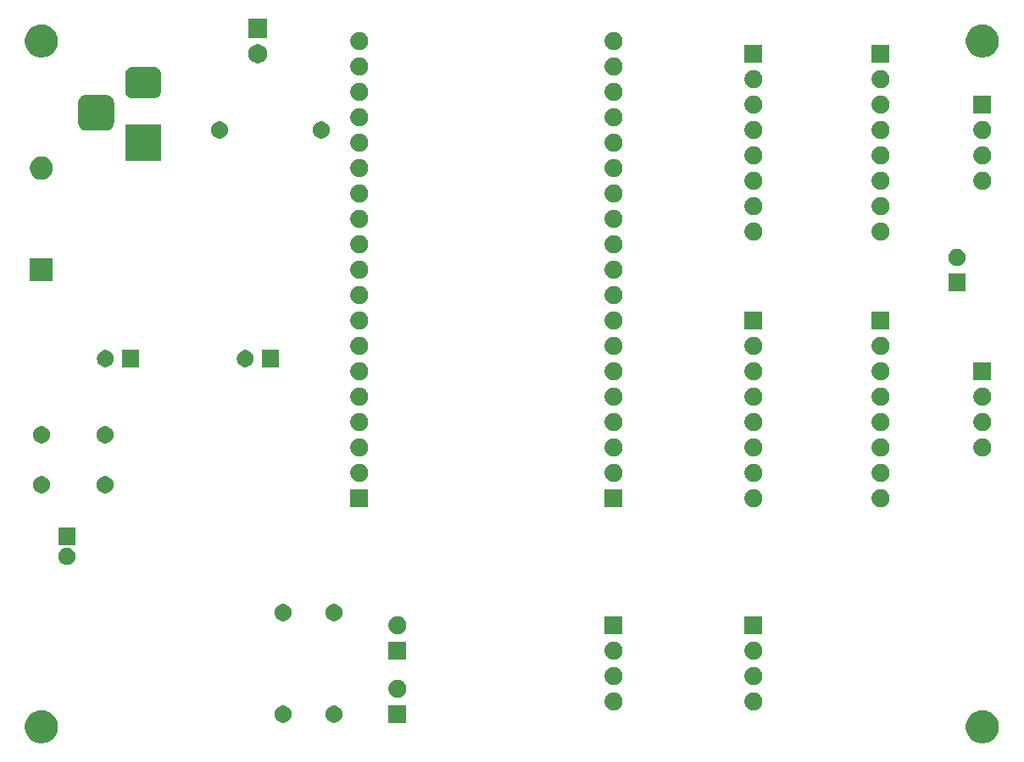
<source format=gbr>
G04 #@! TF.GenerationSoftware,KiCad,Pcbnew,5.1.6-c6e7f7d~86~ubuntu18.04.1*
G04 #@! TF.CreationDate,2020-06-24T19:05:53+01:00*
G04 #@! TF.ProjectId,placa_modular,706c6163-615f-46d6-9f64-756c61722e6b,V1.0*
G04 #@! TF.SameCoordinates,Original*
G04 #@! TF.FileFunction,Soldermask,Bot*
G04 #@! TF.FilePolarity,Negative*
%FSLAX46Y46*%
G04 Gerber Fmt 4.6, Leading zero omitted, Abs format (unit mm)*
G04 Created by KiCad (PCBNEW 5.1.6-c6e7f7d~86~ubuntu18.04.1) date 2020-06-24 19:05:53*
%MOMM*%
%LPD*%
G01*
G04 APERTURE LIST*
%ADD10C,0.100000*%
G04 APERTURE END LIST*
D10*
G36*
X174365256Y-134281298D02*
G01*
X174471579Y-134302447D01*
X174772042Y-134426903D01*
X175042451Y-134607585D01*
X175272415Y-134837549D01*
X175453097Y-135107958D01*
X175577553Y-135408421D01*
X175641000Y-135727391D01*
X175641000Y-136052609D01*
X175577553Y-136371579D01*
X175453097Y-136672042D01*
X175272415Y-136942451D01*
X175042451Y-137172415D01*
X174772042Y-137353097D01*
X174471579Y-137477553D01*
X174365256Y-137498702D01*
X174152611Y-137541000D01*
X173827389Y-137541000D01*
X173614744Y-137498702D01*
X173508421Y-137477553D01*
X173207958Y-137353097D01*
X172937549Y-137172415D01*
X172707585Y-136942451D01*
X172526903Y-136672042D01*
X172402447Y-136371579D01*
X172339000Y-136052609D01*
X172339000Y-135727391D01*
X172402447Y-135408421D01*
X172526903Y-135107958D01*
X172707585Y-134837549D01*
X172937549Y-134607585D01*
X173207958Y-134426903D01*
X173508421Y-134302447D01*
X173614744Y-134281298D01*
X173827389Y-134239000D01*
X174152611Y-134239000D01*
X174365256Y-134281298D01*
G37*
G36*
X80385256Y-134281298D02*
G01*
X80491579Y-134302447D01*
X80792042Y-134426903D01*
X81062451Y-134607585D01*
X81292415Y-134837549D01*
X81473097Y-135107958D01*
X81597553Y-135408421D01*
X81661000Y-135727391D01*
X81661000Y-136052609D01*
X81597553Y-136371579D01*
X81473097Y-136672042D01*
X81292415Y-136942451D01*
X81062451Y-137172415D01*
X80792042Y-137353097D01*
X80491579Y-137477553D01*
X80385256Y-137498702D01*
X80172611Y-137541000D01*
X79847389Y-137541000D01*
X79634744Y-137498702D01*
X79528421Y-137477553D01*
X79227958Y-137353097D01*
X78957549Y-137172415D01*
X78727585Y-136942451D01*
X78546903Y-136672042D01*
X78422447Y-136371579D01*
X78359000Y-136052609D01*
X78359000Y-135727391D01*
X78422447Y-135408421D01*
X78546903Y-135107958D01*
X78727585Y-134837549D01*
X78957549Y-134607585D01*
X79227958Y-134426903D01*
X79528421Y-134302447D01*
X79634744Y-134281298D01*
X79847389Y-134239000D01*
X80172611Y-134239000D01*
X80385256Y-134281298D01*
G37*
G36*
X116471000Y-135521000D02*
G01*
X114669000Y-135521000D01*
X114669000Y-133719000D01*
X116471000Y-133719000D01*
X116471000Y-135521000D01*
G37*
G36*
X104388228Y-133801703D02*
G01*
X104543100Y-133865853D01*
X104682481Y-133958985D01*
X104801015Y-134077519D01*
X104894147Y-134216900D01*
X104958297Y-134371772D01*
X104991000Y-134536184D01*
X104991000Y-134703816D01*
X104958297Y-134868228D01*
X104894147Y-135023100D01*
X104801015Y-135162481D01*
X104682481Y-135281015D01*
X104543100Y-135374147D01*
X104388228Y-135438297D01*
X104223816Y-135471000D01*
X104056184Y-135471000D01*
X103891772Y-135438297D01*
X103736900Y-135374147D01*
X103597519Y-135281015D01*
X103478985Y-135162481D01*
X103385853Y-135023100D01*
X103321703Y-134868228D01*
X103289000Y-134703816D01*
X103289000Y-134536184D01*
X103321703Y-134371772D01*
X103385853Y-134216900D01*
X103478985Y-134077519D01*
X103597519Y-133958985D01*
X103736900Y-133865853D01*
X103891772Y-133801703D01*
X104056184Y-133769000D01*
X104223816Y-133769000D01*
X104388228Y-133801703D01*
G37*
G36*
X109468228Y-133801703D02*
G01*
X109623100Y-133865853D01*
X109762481Y-133958985D01*
X109881015Y-134077519D01*
X109974147Y-134216900D01*
X110038297Y-134371772D01*
X110071000Y-134536184D01*
X110071000Y-134703816D01*
X110038297Y-134868228D01*
X109974147Y-135023100D01*
X109881015Y-135162481D01*
X109762481Y-135281015D01*
X109623100Y-135374147D01*
X109468228Y-135438297D01*
X109303816Y-135471000D01*
X109136184Y-135471000D01*
X108971772Y-135438297D01*
X108816900Y-135374147D01*
X108677519Y-135281015D01*
X108558985Y-135162481D01*
X108465853Y-135023100D01*
X108401703Y-134868228D01*
X108369000Y-134703816D01*
X108369000Y-134536184D01*
X108401703Y-134371772D01*
X108465853Y-134216900D01*
X108558985Y-134077519D01*
X108677519Y-133958985D01*
X108816900Y-133865853D01*
X108971772Y-133801703D01*
X109136184Y-133769000D01*
X109303816Y-133769000D01*
X109468228Y-133801703D01*
G37*
G36*
X151243512Y-132453927D02*
G01*
X151392812Y-132483624D01*
X151556784Y-132551544D01*
X151704354Y-132650147D01*
X151829853Y-132775646D01*
X151928456Y-132923216D01*
X151996376Y-133087188D01*
X152031000Y-133261259D01*
X152031000Y-133438741D01*
X151996376Y-133612812D01*
X151928456Y-133776784D01*
X151829853Y-133924354D01*
X151704354Y-134049853D01*
X151556784Y-134148456D01*
X151392812Y-134216376D01*
X151243512Y-134246073D01*
X151218742Y-134251000D01*
X151041258Y-134251000D01*
X151016488Y-134246073D01*
X150867188Y-134216376D01*
X150703216Y-134148456D01*
X150555646Y-134049853D01*
X150430147Y-133924354D01*
X150331544Y-133776784D01*
X150263624Y-133612812D01*
X150229000Y-133438741D01*
X150229000Y-133261259D01*
X150263624Y-133087188D01*
X150331544Y-132923216D01*
X150430147Y-132775646D01*
X150555646Y-132650147D01*
X150703216Y-132551544D01*
X150867188Y-132483624D01*
X151016488Y-132453927D01*
X151041258Y-132449000D01*
X151218742Y-132449000D01*
X151243512Y-132453927D01*
G37*
G36*
X137273512Y-132453927D02*
G01*
X137422812Y-132483624D01*
X137586784Y-132551544D01*
X137734354Y-132650147D01*
X137859853Y-132775646D01*
X137958456Y-132923216D01*
X138026376Y-133087188D01*
X138061000Y-133261259D01*
X138061000Y-133438741D01*
X138026376Y-133612812D01*
X137958456Y-133776784D01*
X137859853Y-133924354D01*
X137734354Y-134049853D01*
X137586784Y-134148456D01*
X137422812Y-134216376D01*
X137273512Y-134246073D01*
X137248742Y-134251000D01*
X137071258Y-134251000D01*
X137046488Y-134246073D01*
X136897188Y-134216376D01*
X136733216Y-134148456D01*
X136585646Y-134049853D01*
X136460147Y-133924354D01*
X136361544Y-133776784D01*
X136293624Y-133612812D01*
X136259000Y-133438741D01*
X136259000Y-133261259D01*
X136293624Y-133087188D01*
X136361544Y-132923216D01*
X136460147Y-132775646D01*
X136585646Y-132650147D01*
X136733216Y-132551544D01*
X136897188Y-132483624D01*
X137046488Y-132453927D01*
X137071258Y-132449000D01*
X137248742Y-132449000D01*
X137273512Y-132453927D01*
G37*
G36*
X115683512Y-131183927D02*
G01*
X115832812Y-131213624D01*
X115996784Y-131281544D01*
X116144354Y-131380147D01*
X116269853Y-131505646D01*
X116368456Y-131653216D01*
X116436376Y-131817188D01*
X116471000Y-131991259D01*
X116471000Y-132168741D01*
X116436376Y-132342812D01*
X116368456Y-132506784D01*
X116269853Y-132654354D01*
X116144354Y-132779853D01*
X115996784Y-132878456D01*
X115832812Y-132946376D01*
X115683512Y-132976073D01*
X115658742Y-132981000D01*
X115481258Y-132981000D01*
X115456488Y-132976073D01*
X115307188Y-132946376D01*
X115143216Y-132878456D01*
X114995646Y-132779853D01*
X114870147Y-132654354D01*
X114771544Y-132506784D01*
X114703624Y-132342812D01*
X114669000Y-132168741D01*
X114669000Y-131991259D01*
X114703624Y-131817188D01*
X114771544Y-131653216D01*
X114870147Y-131505646D01*
X114995646Y-131380147D01*
X115143216Y-131281544D01*
X115307188Y-131213624D01*
X115456488Y-131183927D01*
X115481258Y-131179000D01*
X115658742Y-131179000D01*
X115683512Y-131183927D01*
G37*
G36*
X151243512Y-129913927D02*
G01*
X151392812Y-129943624D01*
X151556784Y-130011544D01*
X151704354Y-130110147D01*
X151829853Y-130235646D01*
X151928456Y-130383216D01*
X151996376Y-130547188D01*
X152031000Y-130721259D01*
X152031000Y-130898741D01*
X151996376Y-131072812D01*
X151928456Y-131236784D01*
X151829853Y-131384354D01*
X151704354Y-131509853D01*
X151556784Y-131608456D01*
X151392812Y-131676376D01*
X151243512Y-131706073D01*
X151218742Y-131711000D01*
X151041258Y-131711000D01*
X151016488Y-131706073D01*
X150867188Y-131676376D01*
X150703216Y-131608456D01*
X150555646Y-131509853D01*
X150430147Y-131384354D01*
X150331544Y-131236784D01*
X150263624Y-131072812D01*
X150229000Y-130898741D01*
X150229000Y-130721259D01*
X150263624Y-130547188D01*
X150331544Y-130383216D01*
X150430147Y-130235646D01*
X150555646Y-130110147D01*
X150703216Y-130011544D01*
X150867188Y-129943624D01*
X151016488Y-129913927D01*
X151041258Y-129909000D01*
X151218742Y-129909000D01*
X151243512Y-129913927D01*
G37*
G36*
X137273512Y-129913927D02*
G01*
X137422812Y-129943624D01*
X137586784Y-130011544D01*
X137734354Y-130110147D01*
X137859853Y-130235646D01*
X137958456Y-130383216D01*
X138026376Y-130547188D01*
X138061000Y-130721259D01*
X138061000Y-130898741D01*
X138026376Y-131072812D01*
X137958456Y-131236784D01*
X137859853Y-131384354D01*
X137734354Y-131509853D01*
X137586784Y-131608456D01*
X137422812Y-131676376D01*
X137273512Y-131706073D01*
X137248742Y-131711000D01*
X137071258Y-131711000D01*
X137046488Y-131706073D01*
X136897188Y-131676376D01*
X136733216Y-131608456D01*
X136585646Y-131509853D01*
X136460147Y-131384354D01*
X136361544Y-131236784D01*
X136293624Y-131072812D01*
X136259000Y-130898741D01*
X136259000Y-130721259D01*
X136293624Y-130547188D01*
X136361544Y-130383216D01*
X136460147Y-130235646D01*
X136585646Y-130110147D01*
X136733216Y-130011544D01*
X136897188Y-129943624D01*
X137046488Y-129913927D01*
X137071258Y-129909000D01*
X137248742Y-129909000D01*
X137273512Y-129913927D01*
G37*
G36*
X151243512Y-127373927D02*
G01*
X151392812Y-127403624D01*
X151556784Y-127471544D01*
X151704354Y-127570147D01*
X151829853Y-127695646D01*
X151928456Y-127843216D01*
X151996376Y-128007188D01*
X152031000Y-128181259D01*
X152031000Y-128358741D01*
X151996376Y-128532812D01*
X151928456Y-128696784D01*
X151829853Y-128844354D01*
X151704354Y-128969853D01*
X151556784Y-129068456D01*
X151392812Y-129136376D01*
X151243512Y-129166073D01*
X151218742Y-129171000D01*
X151041258Y-129171000D01*
X151016488Y-129166073D01*
X150867188Y-129136376D01*
X150703216Y-129068456D01*
X150555646Y-128969853D01*
X150430147Y-128844354D01*
X150331544Y-128696784D01*
X150263624Y-128532812D01*
X150229000Y-128358741D01*
X150229000Y-128181259D01*
X150263624Y-128007188D01*
X150331544Y-127843216D01*
X150430147Y-127695646D01*
X150555646Y-127570147D01*
X150703216Y-127471544D01*
X150867188Y-127403624D01*
X151016488Y-127373927D01*
X151041258Y-127369000D01*
X151218742Y-127369000D01*
X151243512Y-127373927D01*
G37*
G36*
X137273512Y-127373927D02*
G01*
X137422812Y-127403624D01*
X137586784Y-127471544D01*
X137734354Y-127570147D01*
X137859853Y-127695646D01*
X137958456Y-127843216D01*
X138026376Y-128007188D01*
X138061000Y-128181259D01*
X138061000Y-128358741D01*
X138026376Y-128532812D01*
X137958456Y-128696784D01*
X137859853Y-128844354D01*
X137734354Y-128969853D01*
X137586784Y-129068456D01*
X137422812Y-129136376D01*
X137273512Y-129166073D01*
X137248742Y-129171000D01*
X137071258Y-129171000D01*
X137046488Y-129166073D01*
X136897188Y-129136376D01*
X136733216Y-129068456D01*
X136585646Y-128969853D01*
X136460147Y-128844354D01*
X136361544Y-128696784D01*
X136293624Y-128532812D01*
X136259000Y-128358741D01*
X136259000Y-128181259D01*
X136293624Y-128007188D01*
X136361544Y-127843216D01*
X136460147Y-127695646D01*
X136585646Y-127570147D01*
X136733216Y-127471544D01*
X136897188Y-127403624D01*
X137046488Y-127373927D01*
X137071258Y-127369000D01*
X137248742Y-127369000D01*
X137273512Y-127373927D01*
G37*
G36*
X116471000Y-129171000D02*
G01*
X114669000Y-129171000D01*
X114669000Y-127369000D01*
X116471000Y-127369000D01*
X116471000Y-129171000D01*
G37*
G36*
X115683512Y-124833927D02*
G01*
X115832812Y-124863624D01*
X115996784Y-124931544D01*
X116144354Y-125030147D01*
X116269853Y-125155646D01*
X116368456Y-125303216D01*
X116436376Y-125467188D01*
X116471000Y-125641259D01*
X116471000Y-125818741D01*
X116436376Y-125992812D01*
X116368456Y-126156784D01*
X116269853Y-126304354D01*
X116144354Y-126429853D01*
X115996784Y-126528456D01*
X115832812Y-126596376D01*
X115683512Y-126626073D01*
X115658742Y-126631000D01*
X115481258Y-126631000D01*
X115456488Y-126626073D01*
X115307188Y-126596376D01*
X115143216Y-126528456D01*
X114995646Y-126429853D01*
X114870147Y-126304354D01*
X114771544Y-126156784D01*
X114703624Y-125992812D01*
X114669000Y-125818741D01*
X114669000Y-125641259D01*
X114703624Y-125467188D01*
X114771544Y-125303216D01*
X114870147Y-125155646D01*
X114995646Y-125030147D01*
X115143216Y-124931544D01*
X115307188Y-124863624D01*
X115456488Y-124833927D01*
X115481258Y-124829000D01*
X115658742Y-124829000D01*
X115683512Y-124833927D01*
G37*
G36*
X138061000Y-126631000D02*
G01*
X136259000Y-126631000D01*
X136259000Y-124829000D01*
X138061000Y-124829000D01*
X138061000Y-126631000D01*
G37*
G36*
X152031000Y-126631000D02*
G01*
X150229000Y-126631000D01*
X150229000Y-124829000D01*
X152031000Y-124829000D01*
X152031000Y-126631000D01*
G37*
G36*
X104388228Y-123641703D02*
G01*
X104543100Y-123705853D01*
X104682481Y-123798985D01*
X104801015Y-123917519D01*
X104894147Y-124056900D01*
X104958297Y-124211772D01*
X104991000Y-124376184D01*
X104991000Y-124543816D01*
X104958297Y-124708228D01*
X104894147Y-124863100D01*
X104801015Y-125002481D01*
X104682481Y-125121015D01*
X104543100Y-125214147D01*
X104388228Y-125278297D01*
X104223816Y-125311000D01*
X104056184Y-125311000D01*
X103891772Y-125278297D01*
X103736900Y-125214147D01*
X103597519Y-125121015D01*
X103478985Y-125002481D01*
X103385853Y-124863100D01*
X103321703Y-124708228D01*
X103289000Y-124543816D01*
X103289000Y-124376184D01*
X103321703Y-124211772D01*
X103385853Y-124056900D01*
X103478985Y-123917519D01*
X103597519Y-123798985D01*
X103736900Y-123705853D01*
X103891772Y-123641703D01*
X104056184Y-123609000D01*
X104223816Y-123609000D01*
X104388228Y-123641703D01*
G37*
G36*
X109468228Y-123641703D02*
G01*
X109623100Y-123705853D01*
X109762481Y-123798985D01*
X109881015Y-123917519D01*
X109974147Y-124056900D01*
X110038297Y-124211772D01*
X110071000Y-124376184D01*
X110071000Y-124543816D01*
X110038297Y-124708228D01*
X109974147Y-124863100D01*
X109881015Y-125002481D01*
X109762481Y-125121015D01*
X109623100Y-125214147D01*
X109468228Y-125278297D01*
X109303816Y-125311000D01*
X109136184Y-125311000D01*
X108971772Y-125278297D01*
X108816900Y-125214147D01*
X108677519Y-125121015D01*
X108558985Y-125002481D01*
X108465853Y-124863100D01*
X108401703Y-124708228D01*
X108369000Y-124543816D01*
X108369000Y-124376184D01*
X108401703Y-124211772D01*
X108465853Y-124056900D01*
X108558985Y-123917519D01*
X108677519Y-123798985D01*
X108816900Y-123705853D01*
X108971772Y-123641703D01*
X109136184Y-123609000D01*
X109303816Y-123609000D01*
X109468228Y-123641703D01*
G37*
G36*
X82798228Y-118021703D02*
G01*
X82953100Y-118085853D01*
X83092481Y-118178985D01*
X83211015Y-118297519D01*
X83304147Y-118436900D01*
X83368297Y-118591772D01*
X83401000Y-118756184D01*
X83401000Y-118923816D01*
X83368297Y-119088228D01*
X83304147Y-119243100D01*
X83211015Y-119382481D01*
X83092481Y-119501015D01*
X82953100Y-119594147D01*
X82798228Y-119658297D01*
X82633816Y-119691000D01*
X82466184Y-119691000D01*
X82301772Y-119658297D01*
X82146900Y-119594147D01*
X82007519Y-119501015D01*
X81888985Y-119382481D01*
X81795853Y-119243100D01*
X81731703Y-119088228D01*
X81699000Y-118923816D01*
X81699000Y-118756184D01*
X81731703Y-118591772D01*
X81795853Y-118436900D01*
X81888985Y-118297519D01*
X82007519Y-118178985D01*
X82146900Y-118085853D01*
X82301772Y-118021703D01*
X82466184Y-117989000D01*
X82633816Y-117989000D01*
X82798228Y-118021703D01*
G37*
G36*
X83401000Y-117691000D02*
G01*
X81699000Y-117691000D01*
X81699000Y-115989000D01*
X83401000Y-115989000D01*
X83401000Y-117691000D01*
G37*
G36*
X151243512Y-112133927D02*
G01*
X151392812Y-112163624D01*
X151556784Y-112231544D01*
X151704354Y-112330147D01*
X151829853Y-112455646D01*
X151928456Y-112603216D01*
X151996376Y-112767188D01*
X152031000Y-112941259D01*
X152031000Y-113118741D01*
X151996376Y-113292812D01*
X151928456Y-113456784D01*
X151829853Y-113604354D01*
X151704354Y-113729853D01*
X151556784Y-113828456D01*
X151392812Y-113896376D01*
X151243512Y-113926073D01*
X151218742Y-113931000D01*
X151041258Y-113931000D01*
X151016488Y-113926073D01*
X150867188Y-113896376D01*
X150703216Y-113828456D01*
X150555646Y-113729853D01*
X150430147Y-113604354D01*
X150331544Y-113456784D01*
X150263624Y-113292812D01*
X150229000Y-113118741D01*
X150229000Y-112941259D01*
X150263624Y-112767188D01*
X150331544Y-112603216D01*
X150430147Y-112455646D01*
X150555646Y-112330147D01*
X150703216Y-112231544D01*
X150867188Y-112163624D01*
X151016488Y-112133927D01*
X151041258Y-112129000D01*
X151218742Y-112129000D01*
X151243512Y-112133927D01*
G37*
G36*
X163943512Y-112133927D02*
G01*
X164092812Y-112163624D01*
X164256784Y-112231544D01*
X164404354Y-112330147D01*
X164529853Y-112455646D01*
X164628456Y-112603216D01*
X164696376Y-112767188D01*
X164731000Y-112941259D01*
X164731000Y-113118741D01*
X164696376Y-113292812D01*
X164628456Y-113456784D01*
X164529853Y-113604354D01*
X164404354Y-113729853D01*
X164256784Y-113828456D01*
X164092812Y-113896376D01*
X163943512Y-113926073D01*
X163918742Y-113931000D01*
X163741258Y-113931000D01*
X163716488Y-113926073D01*
X163567188Y-113896376D01*
X163403216Y-113828456D01*
X163255646Y-113729853D01*
X163130147Y-113604354D01*
X163031544Y-113456784D01*
X162963624Y-113292812D01*
X162929000Y-113118741D01*
X162929000Y-112941259D01*
X162963624Y-112767188D01*
X163031544Y-112603216D01*
X163130147Y-112455646D01*
X163255646Y-112330147D01*
X163403216Y-112231544D01*
X163567188Y-112163624D01*
X163716488Y-112133927D01*
X163741258Y-112129000D01*
X163918742Y-112129000D01*
X163943512Y-112133927D01*
G37*
G36*
X112661000Y-113931000D02*
G01*
X110859000Y-113931000D01*
X110859000Y-112129000D01*
X112661000Y-112129000D01*
X112661000Y-113931000D01*
G37*
G36*
X138061000Y-113931000D02*
G01*
X136259000Y-113931000D01*
X136259000Y-112129000D01*
X138061000Y-112129000D01*
X138061000Y-113931000D01*
G37*
G36*
X86608228Y-110861703D02*
G01*
X86763100Y-110925853D01*
X86902481Y-111018985D01*
X87021015Y-111137519D01*
X87114147Y-111276900D01*
X87178297Y-111431772D01*
X87211000Y-111596184D01*
X87211000Y-111763816D01*
X87178297Y-111928228D01*
X87114147Y-112083100D01*
X87021015Y-112222481D01*
X86902481Y-112341015D01*
X86763100Y-112434147D01*
X86608228Y-112498297D01*
X86443816Y-112531000D01*
X86276184Y-112531000D01*
X86111772Y-112498297D01*
X85956900Y-112434147D01*
X85817519Y-112341015D01*
X85698985Y-112222481D01*
X85605853Y-112083100D01*
X85541703Y-111928228D01*
X85509000Y-111763816D01*
X85509000Y-111596184D01*
X85541703Y-111431772D01*
X85605853Y-111276900D01*
X85698985Y-111137519D01*
X85817519Y-111018985D01*
X85956900Y-110925853D01*
X86111772Y-110861703D01*
X86276184Y-110829000D01*
X86443816Y-110829000D01*
X86608228Y-110861703D01*
G37*
G36*
X80258228Y-110861703D02*
G01*
X80413100Y-110925853D01*
X80552481Y-111018985D01*
X80671015Y-111137519D01*
X80764147Y-111276900D01*
X80828297Y-111431772D01*
X80861000Y-111596184D01*
X80861000Y-111763816D01*
X80828297Y-111928228D01*
X80764147Y-112083100D01*
X80671015Y-112222481D01*
X80552481Y-112341015D01*
X80413100Y-112434147D01*
X80258228Y-112498297D01*
X80093816Y-112531000D01*
X79926184Y-112531000D01*
X79761772Y-112498297D01*
X79606900Y-112434147D01*
X79467519Y-112341015D01*
X79348985Y-112222481D01*
X79255853Y-112083100D01*
X79191703Y-111928228D01*
X79159000Y-111763816D01*
X79159000Y-111596184D01*
X79191703Y-111431772D01*
X79255853Y-111276900D01*
X79348985Y-111137519D01*
X79467519Y-111018985D01*
X79606900Y-110925853D01*
X79761772Y-110861703D01*
X79926184Y-110829000D01*
X80093816Y-110829000D01*
X80258228Y-110861703D01*
G37*
G36*
X111873512Y-109593927D02*
G01*
X112022812Y-109623624D01*
X112186784Y-109691544D01*
X112334354Y-109790147D01*
X112459853Y-109915646D01*
X112558456Y-110063216D01*
X112626376Y-110227188D01*
X112661000Y-110401259D01*
X112661000Y-110578741D01*
X112626376Y-110752812D01*
X112558456Y-110916784D01*
X112459853Y-111064354D01*
X112334354Y-111189853D01*
X112186784Y-111288456D01*
X112022812Y-111356376D01*
X111873512Y-111386073D01*
X111848742Y-111391000D01*
X111671258Y-111391000D01*
X111646488Y-111386073D01*
X111497188Y-111356376D01*
X111333216Y-111288456D01*
X111185646Y-111189853D01*
X111060147Y-111064354D01*
X110961544Y-110916784D01*
X110893624Y-110752812D01*
X110859000Y-110578741D01*
X110859000Y-110401259D01*
X110893624Y-110227188D01*
X110961544Y-110063216D01*
X111060147Y-109915646D01*
X111185646Y-109790147D01*
X111333216Y-109691544D01*
X111497188Y-109623624D01*
X111646488Y-109593927D01*
X111671258Y-109589000D01*
X111848742Y-109589000D01*
X111873512Y-109593927D01*
G37*
G36*
X163943512Y-109593927D02*
G01*
X164092812Y-109623624D01*
X164256784Y-109691544D01*
X164404354Y-109790147D01*
X164529853Y-109915646D01*
X164628456Y-110063216D01*
X164696376Y-110227188D01*
X164731000Y-110401259D01*
X164731000Y-110578741D01*
X164696376Y-110752812D01*
X164628456Y-110916784D01*
X164529853Y-111064354D01*
X164404354Y-111189853D01*
X164256784Y-111288456D01*
X164092812Y-111356376D01*
X163943512Y-111386073D01*
X163918742Y-111391000D01*
X163741258Y-111391000D01*
X163716488Y-111386073D01*
X163567188Y-111356376D01*
X163403216Y-111288456D01*
X163255646Y-111189853D01*
X163130147Y-111064354D01*
X163031544Y-110916784D01*
X162963624Y-110752812D01*
X162929000Y-110578741D01*
X162929000Y-110401259D01*
X162963624Y-110227188D01*
X163031544Y-110063216D01*
X163130147Y-109915646D01*
X163255646Y-109790147D01*
X163403216Y-109691544D01*
X163567188Y-109623624D01*
X163716488Y-109593927D01*
X163741258Y-109589000D01*
X163918742Y-109589000D01*
X163943512Y-109593927D01*
G37*
G36*
X151243512Y-109593927D02*
G01*
X151392812Y-109623624D01*
X151556784Y-109691544D01*
X151704354Y-109790147D01*
X151829853Y-109915646D01*
X151928456Y-110063216D01*
X151996376Y-110227188D01*
X152031000Y-110401259D01*
X152031000Y-110578741D01*
X151996376Y-110752812D01*
X151928456Y-110916784D01*
X151829853Y-111064354D01*
X151704354Y-111189853D01*
X151556784Y-111288456D01*
X151392812Y-111356376D01*
X151243512Y-111386073D01*
X151218742Y-111391000D01*
X151041258Y-111391000D01*
X151016488Y-111386073D01*
X150867188Y-111356376D01*
X150703216Y-111288456D01*
X150555646Y-111189853D01*
X150430147Y-111064354D01*
X150331544Y-110916784D01*
X150263624Y-110752812D01*
X150229000Y-110578741D01*
X150229000Y-110401259D01*
X150263624Y-110227188D01*
X150331544Y-110063216D01*
X150430147Y-109915646D01*
X150555646Y-109790147D01*
X150703216Y-109691544D01*
X150867188Y-109623624D01*
X151016488Y-109593927D01*
X151041258Y-109589000D01*
X151218742Y-109589000D01*
X151243512Y-109593927D01*
G37*
G36*
X137273512Y-109593927D02*
G01*
X137422812Y-109623624D01*
X137586784Y-109691544D01*
X137734354Y-109790147D01*
X137859853Y-109915646D01*
X137958456Y-110063216D01*
X138026376Y-110227188D01*
X138061000Y-110401259D01*
X138061000Y-110578741D01*
X138026376Y-110752812D01*
X137958456Y-110916784D01*
X137859853Y-111064354D01*
X137734354Y-111189853D01*
X137586784Y-111288456D01*
X137422812Y-111356376D01*
X137273512Y-111386073D01*
X137248742Y-111391000D01*
X137071258Y-111391000D01*
X137046488Y-111386073D01*
X136897188Y-111356376D01*
X136733216Y-111288456D01*
X136585646Y-111189853D01*
X136460147Y-111064354D01*
X136361544Y-110916784D01*
X136293624Y-110752812D01*
X136259000Y-110578741D01*
X136259000Y-110401259D01*
X136293624Y-110227188D01*
X136361544Y-110063216D01*
X136460147Y-109915646D01*
X136585646Y-109790147D01*
X136733216Y-109691544D01*
X136897188Y-109623624D01*
X137046488Y-109593927D01*
X137071258Y-109589000D01*
X137248742Y-109589000D01*
X137273512Y-109593927D01*
G37*
G36*
X137273512Y-107053927D02*
G01*
X137422812Y-107083624D01*
X137586784Y-107151544D01*
X137734354Y-107250147D01*
X137859853Y-107375646D01*
X137958456Y-107523216D01*
X138026376Y-107687188D01*
X138061000Y-107861259D01*
X138061000Y-108038741D01*
X138026376Y-108212812D01*
X137958456Y-108376784D01*
X137859853Y-108524354D01*
X137734354Y-108649853D01*
X137586784Y-108748456D01*
X137422812Y-108816376D01*
X137273512Y-108846073D01*
X137248742Y-108851000D01*
X137071258Y-108851000D01*
X137046488Y-108846073D01*
X136897188Y-108816376D01*
X136733216Y-108748456D01*
X136585646Y-108649853D01*
X136460147Y-108524354D01*
X136361544Y-108376784D01*
X136293624Y-108212812D01*
X136259000Y-108038741D01*
X136259000Y-107861259D01*
X136293624Y-107687188D01*
X136361544Y-107523216D01*
X136460147Y-107375646D01*
X136585646Y-107250147D01*
X136733216Y-107151544D01*
X136897188Y-107083624D01*
X137046488Y-107053927D01*
X137071258Y-107049000D01*
X137248742Y-107049000D01*
X137273512Y-107053927D01*
G37*
G36*
X163943512Y-107053927D02*
G01*
X164092812Y-107083624D01*
X164256784Y-107151544D01*
X164404354Y-107250147D01*
X164529853Y-107375646D01*
X164628456Y-107523216D01*
X164696376Y-107687188D01*
X164731000Y-107861259D01*
X164731000Y-108038741D01*
X164696376Y-108212812D01*
X164628456Y-108376784D01*
X164529853Y-108524354D01*
X164404354Y-108649853D01*
X164256784Y-108748456D01*
X164092812Y-108816376D01*
X163943512Y-108846073D01*
X163918742Y-108851000D01*
X163741258Y-108851000D01*
X163716488Y-108846073D01*
X163567188Y-108816376D01*
X163403216Y-108748456D01*
X163255646Y-108649853D01*
X163130147Y-108524354D01*
X163031544Y-108376784D01*
X162963624Y-108212812D01*
X162929000Y-108038741D01*
X162929000Y-107861259D01*
X162963624Y-107687188D01*
X163031544Y-107523216D01*
X163130147Y-107375646D01*
X163255646Y-107250147D01*
X163403216Y-107151544D01*
X163567188Y-107083624D01*
X163716488Y-107053927D01*
X163741258Y-107049000D01*
X163918742Y-107049000D01*
X163943512Y-107053927D01*
G37*
G36*
X174103512Y-107053927D02*
G01*
X174252812Y-107083624D01*
X174416784Y-107151544D01*
X174564354Y-107250147D01*
X174689853Y-107375646D01*
X174788456Y-107523216D01*
X174856376Y-107687188D01*
X174891000Y-107861259D01*
X174891000Y-108038741D01*
X174856376Y-108212812D01*
X174788456Y-108376784D01*
X174689853Y-108524354D01*
X174564354Y-108649853D01*
X174416784Y-108748456D01*
X174252812Y-108816376D01*
X174103512Y-108846073D01*
X174078742Y-108851000D01*
X173901258Y-108851000D01*
X173876488Y-108846073D01*
X173727188Y-108816376D01*
X173563216Y-108748456D01*
X173415646Y-108649853D01*
X173290147Y-108524354D01*
X173191544Y-108376784D01*
X173123624Y-108212812D01*
X173089000Y-108038741D01*
X173089000Y-107861259D01*
X173123624Y-107687188D01*
X173191544Y-107523216D01*
X173290147Y-107375646D01*
X173415646Y-107250147D01*
X173563216Y-107151544D01*
X173727188Y-107083624D01*
X173876488Y-107053927D01*
X173901258Y-107049000D01*
X174078742Y-107049000D01*
X174103512Y-107053927D01*
G37*
G36*
X111873512Y-107053927D02*
G01*
X112022812Y-107083624D01*
X112186784Y-107151544D01*
X112334354Y-107250147D01*
X112459853Y-107375646D01*
X112558456Y-107523216D01*
X112626376Y-107687188D01*
X112661000Y-107861259D01*
X112661000Y-108038741D01*
X112626376Y-108212812D01*
X112558456Y-108376784D01*
X112459853Y-108524354D01*
X112334354Y-108649853D01*
X112186784Y-108748456D01*
X112022812Y-108816376D01*
X111873512Y-108846073D01*
X111848742Y-108851000D01*
X111671258Y-108851000D01*
X111646488Y-108846073D01*
X111497188Y-108816376D01*
X111333216Y-108748456D01*
X111185646Y-108649853D01*
X111060147Y-108524354D01*
X110961544Y-108376784D01*
X110893624Y-108212812D01*
X110859000Y-108038741D01*
X110859000Y-107861259D01*
X110893624Y-107687188D01*
X110961544Y-107523216D01*
X111060147Y-107375646D01*
X111185646Y-107250147D01*
X111333216Y-107151544D01*
X111497188Y-107083624D01*
X111646488Y-107053927D01*
X111671258Y-107049000D01*
X111848742Y-107049000D01*
X111873512Y-107053927D01*
G37*
G36*
X151243512Y-107053927D02*
G01*
X151392812Y-107083624D01*
X151556784Y-107151544D01*
X151704354Y-107250147D01*
X151829853Y-107375646D01*
X151928456Y-107523216D01*
X151996376Y-107687188D01*
X152031000Y-107861259D01*
X152031000Y-108038741D01*
X151996376Y-108212812D01*
X151928456Y-108376784D01*
X151829853Y-108524354D01*
X151704354Y-108649853D01*
X151556784Y-108748456D01*
X151392812Y-108816376D01*
X151243512Y-108846073D01*
X151218742Y-108851000D01*
X151041258Y-108851000D01*
X151016488Y-108846073D01*
X150867188Y-108816376D01*
X150703216Y-108748456D01*
X150555646Y-108649853D01*
X150430147Y-108524354D01*
X150331544Y-108376784D01*
X150263624Y-108212812D01*
X150229000Y-108038741D01*
X150229000Y-107861259D01*
X150263624Y-107687188D01*
X150331544Y-107523216D01*
X150430147Y-107375646D01*
X150555646Y-107250147D01*
X150703216Y-107151544D01*
X150867188Y-107083624D01*
X151016488Y-107053927D01*
X151041258Y-107049000D01*
X151218742Y-107049000D01*
X151243512Y-107053927D01*
G37*
G36*
X86608228Y-105861703D02*
G01*
X86763100Y-105925853D01*
X86902481Y-106018985D01*
X87021015Y-106137519D01*
X87114147Y-106276900D01*
X87178297Y-106431772D01*
X87211000Y-106596184D01*
X87211000Y-106763816D01*
X87178297Y-106928228D01*
X87114147Y-107083100D01*
X87021015Y-107222481D01*
X86902481Y-107341015D01*
X86763100Y-107434147D01*
X86608228Y-107498297D01*
X86443816Y-107531000D01*
X86276184Y-107531000D01*
X86111772Y-107498297D01*
X85956900Y-107434147D01*
X85817519Y-107341015D01*
X85698985Y-107222481D01*
X85605853Y-107083100D01*
X85541703Y-106928228D01*
X85509000Y-106763816D01*
X85509000Y-106596184D01*
X85541703Y-106431772D01*
X85605853Y-106276900D01*
X85698985Y-106137519D01*
X85817519Y-106018985D01*
X85956900Y-105925853D01*
X86111772Y-105861703D01*
X86276184Y-105829000D01*
X86443816Y-105829000D01*
X86608228Y-105861703D01*
G37*
G36*
X80258228Y-105861703D02*
G01*
X80413100Y-105925853D01*
X80552481Y-106018985D01*
X80671015Y-106137519D01*
X80764147Y-106276900D01*
X80828297Y-106431772D01*
X80861000Y-106596184D01*
X80861000Y-106763816D01*
X80828297Y-106928228D01*
X80764147Y-107083100D01*
X80671015Y-107222481D01*
X80552481Y-107341015D01*
X80413100Y-107434147D01*
X80258228Y-107498297D01*
X80093816Y-107531000D01*
X79926184Y-107531000D01*
X79761772Y-107498297D01*
X79606900Y-107434147D01*
X79467519Y-107341015D01*
X79348985Y-107222481D01*
X79255853Y-107083100D01*
X79191703Y-106928228D01*
X79159000Y-106763816D01*
X79159000Y-106596184D01*
X79191703Y-106431772D01*
X79255853Y-106276900D01*
X79348985Y-106137519D01*
X79467519Y-106018985D01*
X79606900Y-105925853D01*
X79761772Y-105861703D01*
X79926184Y-105829000D01*
X80093816Y-105829000D01*
X80258228Y-105861703D01*
G37*
G36*
X163943512Y-104513927D02*
G01*
X164092812Y-104543624D01*
X164256784Y-104611544D01*
X164404354Y-104710147D01*
X164529853Y-104835646D01*
X164628456Y-104983216D01*
X164696376Y-105147188D01*
X164731000Y-105321259D01*
X164731000Y-105498741D01*
X164696376Y-105672812D01*
X164628456Y-105836784D01*
X164529853Y-105984354D01*
X164404354Y-106109853D01*
X164256784Y-106208456D01*
X164092812Y-106276376D01*
X163943512Y-106306073D01*
X163918742Y-106311000D01*
X163741258Y-106311000D01*
X163716488Y-106306073D01*
X163567188Y-106276376D01*
X163403216Y-106208456D01*
X163255646Y-106109853D01*
X163130147Y-105984354D01*
X163031544Y-105836784D01*
X162963624Y-105672812D01*
X162929000Y-105498741D01*
X162929000Y-105321259D01*
X162963624Y-105147188D01*
X163031544Y-104983216D01*
X163130147Y-104835646D01*
X163255646Y-104710147D01*
X163403216Y-104611544D01*
X163567188Y-104543624D01*
X163716488Y-104513927D01*
X163741258Y-104509000D01*
X163918742Y-104509000D01*
X163943512Y-104513927D01*
G37*
G36*
X111873512Y-104513927D02*
G01*
X112022812Y-104543624D01*
X112186784Y-104611544D01*
X112334354Y-104710147D01*
X112459853Y-104835646D01*
X112558456Y-104983216D01*
X112626376Y-105147188D01*
X112661000Y-105321259D01*
X112661000Y-105498741D01*
X112626376Y-105672812D01*
X112558456Y-105836784D01*
X112459853Y-105984354D01*
X112334354Y-106109853D01*
X112186784Y-106208456D01*
X112022812Y-106276376D01*
X111873512Y-106306073D01*
X111848742Y-106311000D01*
X111671258Y-106311000D01*
X111646488Y-106306073D01*
X111497188Y-106276376D01*
X111333216Y-106208456D01*
X111185646Y-106109853D01*
X111060147Y-105984354D01*
X110961544Y-105836784D01*
X110893624Y-105672812D01*
X110859000Y-105498741D01*
X110859000Y-105321259D01*
X110893624Y-105147188D01*
X110961544Y-104983216D01*
X111060147Y-104835646D01*
X111185646Y-104710147D01*
X111333216Y-104611544D01*
X111497188Y-104543624D01*
X111646488Y-104513927D01*
X111671258Y-104509000D01*
X111848742Y-104509000D01*
X111873512Y-104513927D01*
G37*
G36*
X174103512Y-104513927D02*
G01*
X174252812Y-104543624D01*
X174416784Y-104611544D01*
X174564354Y-104710147D01*
X174689853Y-104835646D01*
X174788456Y-104983216D01*
X174856376Y-105147188D01*
X174891000Y-105321259D01*
X174891000Y-105498741D01*
X174856376Y-105672812D01*
X174788456Y-105836784D01*
X174689853Y-105984354D01*
X174564354Y-106109853D01*
X174416784Y-106208456D01*
X174252812Y-106276376D01*
X174103512Y-106306073D01*
X174078742Y-106311000D01*
X173901258Y-106311000D01*
X173876488Y-106306073D01*
X173727188Y-106276376D01*
X173563216Y-106208456D01*
X173415646Y-106109853D01*
X173290147Y-105984354D01*
X173191544Y-105836784D01*
X173123624Y-105672812D01*
X173089000Y-105498741D01*
X173089000Y-105321259D01*
X173123624Y-105147188D01*
X173191544Y-104983216D01*
X173290147Y-104835646D01*
X173415646Y-104710147D01*
X173563216Y-104611544D01*
X173727188Y-104543624D01*
X173876488Y-104513927D01*
X173901258Y-104509000D01*
X174078742Y-104509000D01*
X174103512Y-104513927D01*
G37*
G36*
X151243512Y-104513927D02*
G01*
X151392812Y-104543624D01*
X151556784Y-104611544D01*
X151704354Y-104710147D01*
X151829853Y-104835646D01*
X151928456Y-104983216D01*
X151996376Y-105147188D01*
X152031000Y-105321259D01*
X152031000Y-105498741D01*
X151996376Y-105672812D01*
X151928456Y-105836784D01*
X151829853Y-105984354D01*
X151704354Y-106109853D01*
X151556784Y-106208456D01*
X151392812Y-106276376D01*
X151243512Y-106306073D01*
X151218742Y-106311000D01*
X151041258Y-106311000D01*
X151016488Y-106306073D01*
X150867188Y-106276376D01*
X150703216Y-106208456D01*
X150555646Y-106109853D01*
X150430147Y-105984354D01*
X150331544Y-105836784D01*
X150263624Y-105672812D01*
X150229000Y-105498741D01*
X150229000Y-105321259D01*
X150263624Y-105147188D01*
X150331544Y-104983216D01*
X150430147Y-104835646D01*
X150555646Y-104710147D01*
X150703216Y-104611544D01*
X150867188Y-104543624D01*
X151016488Y-104513927D01*
X151041258Y-104509000D01*
X151218742Y-104509000D01*
X151243512Y-104513927D01*
G37*
G36*
X137273512Y-104513927D02*
G01*
X137422812Y-104543624D01*
X137586784Y-104611544D01*
X137734354Y-104710147D01*
X137859853Y-104835646D01*
X137958456Y-104983216D01*
X138026376Y-105147188D01*
X138061000Y-105321259D01*
X138061000Y-105498741D01*
X138026376Y-105672812D01*
X137958456Y-105836784D01*
X137859853Y-105984354D01*
X137734354Y-106109853D01*
X137586784Y-106208456D01*
X137422812Y-106276376D01*
X137273512Y-106306073D01*
X137248742Y-106311000D01*
X137071258Y-106311000D01*
X137046488Y-106306073D01*
X136897188Y-106276376D01*
X136733216Y-106208456D01*
X136585646Y-106109853D01*
X136460147Y-105984354D01*
X136361544Y-105836784D01*
X136293624Y-105672812D01*
X136259000Y-105498741D01*
X136259000Y-105321259D01*
X136293624Y-105147188D01*
X136361544Y-104983216D01*
X136460147Y-104835646D01*
X136585646Y-104710147D01*
X136733216Y-104611544D01*
X136897188Y-104543624D01*
X137046488Y-104513927D01*
X137071258Y-104509000D01*
X137248742Y-104509000D01*
X137273512Y-104513927D01*
G37*
G36*
X111873512Y-101973927D02*
G01*
X112022812Y-102003624D01*
X112186784Y-102071544D01*
X112334354Y-102170147D01*
X112459853Y-102295646D01*
X112558456Y-102443216D01*
X112626376Y-102607188D01*
X112661000Y-102781259D01*
X112661000Y-102958741D01*
X112626376Y-103132812D01*
X112558456Y-103296784D01*
X112459853Y-103444354D01*
X112334354Y-103569853D01*
X112186784Y-103668456D01*
X112022812Y-103736376D01*
X111873512Y-103766073D01*
X111848742Y-103771000D01*
X111671258Y-103771000D01*
X111646488Y-103766073D01*
X111497188Y-103736376D01*
X111333216Y-103668456D01*
X111185646Y-103569853D01*
X111060147Y-103444354D01*
X110961544Y-103296784D01*
X110893624Y-103132812D01*
X110859000Y-102958741D01*
X110859000Y-102781259D01*
X110893624Y-102607188D01*
X110961544Y-102443216D01*
X111060147Y-102295646D01*
X111185646Y-102170147D01*
X111333216Y-102071544D01*
X111497188Y-102003624D01*
X111646488Y-101973927D01*
X111671258Y-101969000D01*
X111848742Y-101969000D01*
X111873512Y-101973927D01*
G37*
G36*
X174103512Y-101973927D02*
G01*
X174252812Y-102003624D01*
X174416784Y-102071544D01*
X174564354Y-102170147D01*
X174689853Y-102295646D01*
X174788456Y-102443216D01*
X174856376Y-102607188D01*
X174891000Y-102781259D01*
X174891000Y-102958741D01*
X174856376Y-103132812D01*
X174788456Y-103296784D01*
X174689853Y-103444354D01*
X174564354Y-103569853D01*
X174416784Y-103668456D01*
X174252812Y-103736376D01*
X174103512Y-103766073D01*
X174078742Y-103771000D01*
X173901258Y-103771000D01*
X173876488Y-103766073D01*
X173727188Y-103736376D01*
X173563216Y-103668456D01*
X173415646Y-103569853D01*
X173290147Y-103444354D01*
X173191544Y-103296784D01*
X173123624Y-103132812D01*
X173089000Y-102958741D01*
X173089000Y-102781259D01*
X173123624Y-102607188D01*
X173191544Y-102443216D01*
X173290147Y-102295646D01*
X173415646Y-102170147D01*
X173563216Y-102071544D01*
X173727188Y-102003624D01*
X173876488Y-101973927D01*
X173901258Y-101969000D01*
X174078742Y-101969000D01*
X174103512Y-101973927D01*
G37*
G36*
X163943512Y-101973927D02*
G01*
X164092812Y-102003624D01*
X164256784Y-102071544D01*
X164404354Y-102170147D01*
X164529853Y-102295646D01*
X164628456Y-102443216D01*
X164696376Y-102607188D01*
X164731000Y-102781259D01*
X164731000Y-102958741D01*
X164696376Y-103132812D01*
X164628456Y-103296784D01*
X164529853Y-103444354D01*
X164404354Y-103569853D01*
X164256784Y-103668456D01*
X164092812Y-103736376D01*
X163943512Y-103766073D01*
X163918742Y-103771000D01*
X163741258Y-103771000D01*
X163716488Y-103766073D01*
X163567188Y-103736376D01*
X163403216Y-103668456D01*
X163255646Y-103569853D01*
X163130147Y-103444354D01*
X163031544Y-103296784D01*
X162963624Y-103132812D01*
X162929000Y-102958741D01*
X162929000Y-102781259D01*
X162963624Y-102607188D01*
X163031544Y-102443216D01*
X163130147Y-102295646D01*
X163255646Y-102170147D01*
X163403216Y-102071544D01*
X163567188Y-102003624D01*
X163716488Y-101973927D01*
X163741258Y-101969000D01*
X163918742Y-101969000D01*
X163943512Y-101973927D01*
G37*
G36*
X151243512Y-101973927D02*
G01*
X151392812Y-102003624D01*
X151556784Y-102071544D01*
X151704354Y-102170147D01*
X151829853Y-102295646D01*
X151928456Y-102443216D01*
X151996376Y-102607188D01*
X152031000Y-102781259D01*
X152031000Y-102958741D01*
X151996376Y-103132812D01*
X151928456Y-103296784D01*
X151829853Y-103444354D01*
X151704354Y-103569853D01*
X151556784Y-103668456D01*
X151392812Y-103736376D01*
X151243512Y-103766073D01*
X151218742Y-103771000D01*
X151041258Y-103771000D01*
X151016488Y-103766073D01*
X150867188Y-103736376D01*
X150703216Y-103668456D01*
X150555646Y-103569853D01*
X150430147Y-103444354D01*
X150331544Y-103296784D01*
X150263624Y-103132812D01*
X150229000Y-102958741D01*
X150229000Y-102781259D01*
X150263624Y-102607188D01*
X150331544Y-102443216D01*
X150430147Y-102295646D01*
X150555646Y-102170147D01*
X150703216Y-102071544D01*
X150867188Y-102003624D01*
X151016488Y-101973927D01*
X151041258Y-101969000D01*
X151218742Y-101969000D01*
X151243512Y-101973927D01*
G37*
G36*
X137273512Y-101973927D02*
G01*
X137422812Y-102003624D01*
X137586784Y-102071544D01*
X137734354Y-102170147D01*
X137859853Y-102295646D01*
X137958456Y-102443216D01*
X138026376Y-102607188D01*
X138061000Y-102781259D01*
X138061000Y-102958741D01*
X138026376Y-103132812D01*
X137958456Y-103296784D01*
X137859853Y-103444354D01*
X137734354Y-103569853D01*
X137586784Y-103668456D01*
X137422812Y-103736376D01*
X137273512Y-103766073D01*
X137248742Y-103771000D01*
X137071258Y-103771000D01*
X137046488Y-103766073D01*
X136897188Y-103736376D01*
X136733216Y-103668456D01*
X136585646Y-103569853D01*
X136460147Y-103444354D01*
X136361544Y-103296784D01*
X136293624Y-103132812D01*
X136259000Y-102958741D01*
X136259000Y-102781259D01*
X136293624Y-102607188D01*
X136361544Y-102443216D01*
X136460147Y-102295646D01*
X136585646Y-102170147D01*
X136733216Y-102071544D01*
X136897188Y-102003624D01*
X137046488Y-101973927D01*
X137071258Y-101969000D01*
X137248742Y-101969000D01*
X137273512Y-101973927D01*
G37*
G36*
X163943512Y-99433927D02*
G01*
X164092812Y-99463624D01*
X164256784Y-99531544D01*
X164404354Y-99630147D01*
X164529853Y-99755646D01*
X164628456Y-99903216D01*
X164696376Y-100067188D01*
X164731000Y-100241259D01*
X164731000Y-100418741D01*
X164696376Y-100592812D01*
X164628456Y-100756784D01*
X164529853Y-100904354D01*
X164404354Y-101029853D01*
X164256784Y-101128456D01*
X164092812Y-101196376D01*
X163943512Y-101226073D01*
X163918742Y-101231000D01*
X163741258Y-101231000D01*
X163716488Y-101226073D01*
X163567188Y-101196376D01*
X163403216Y-101128456D01*
X163255646Y-101029853D01*
X163130147Y-100904354D01*
X163031544Y-100756784D01*
X162963624Y-100592812D01*
X162929000Y-100418741D01*
X162929000Y-100241259D01*
X162963624Y-100067188D01*
X163031544Y-99903216D01*
X163130147Y-99755646D01*
X163255646Y-99630147D01*
X163403216Y-99531544D01*
X163567188Y-99463624D01*
X163716488Y-99433927D01*
X163741258Y-99429000D01*
X163918742Y-99429000D01*
X163943512Y-99433927D01*
G37*
G36*
X151243512Y-99433927D02*
G01*
X151392812Y-99463624D01*
X151556784Y-99531544D01*
X151704354Y-99630147D01*
X151829853Y-99755646D01*
X151928456Y-99903216D01*
X151996376Y-100067188D01*
X152031000Y-100241259D01*
X152031000Y-100418741D01*
X151996376Y-100592812D01*
X151928456Y-100756784D01*
X151829853Y-100904354D01*
X151704354Y-101029853D01*
X151556784Y-101128456D01*
X151392812Y-101196376D01*
X151243512Y-101226073D01*
X151218742Y-101231000D01*
X151041258Y-101231000D01*
X151016488Y-101226073D01*
X150867188Y-101196376D01*
X150703216Y-101128456D01*
X150555646Y-101029853D01*
X150430147Y-100904354D01*
X150331544Y-100756784D01*
X150263624Y-100592812D01*
X150229000Y-100418741D01*
X150229000Y-100241259D01*
X150263624Y-100067188D01*
X150331544Y-99903216D01*
X150430147Y-99755646D01*
X150555646Y-99630147D01*
X150703216Y-99531544D01*
X150867188Y-99463624D01*
X151016488Y-99433927D01*
X151041258Y-99429000D01*
X151218742Y-99429000D01*
X151243512Y-99433927D01*
G37*
G36*
X137273512Y-99433927D02*
G01*
X137422812Y-99463624D01*
X137586784Y-99531544D01*
X137734354Y-99630147D01*
X137859853Y-99755646D01*
X137958456Y-99903216D01*
X138026376Y-100067188D01*
X138061000Y-100241259D01*
X138061000Y-100418741D01*
X138026376Y-100592812D01*
X137958456Y-100756784D01*
X137859853Y-100904354D01*
X137734354Y-101029853D01*
X137586784Y-101128456D01*
X137422812Y-101196376D01*
X137273512Y-101226073D01*
X137248742Y-101231000D01*
X137071258Y-101231000D01*
X137046488Y-101226073D01*
X136897188Y-101196376D01*
X136733216Y-101128456D01*
X136585646Y-101029853D01*
X136460147Y-100904354D01*
X136361544Y-100756784D01*
X136293624Y-100592812D01*
X136259000Y-100418741D01*
X136259000Y-100241259D01*
X136293624Y-100067188D01*
X136361544Y-99903216D01*
X136460147Y-99755646D01*
X136585646Y-99630147D01*
X136733216Y-99531544D01*
X136897188Y-99463624D01*
X137046488Y-99433927D01*
X137071258Y-99429000D01*
X137248742Y-99429000D01*
X137273512Y-99433927D01*
G37*
G36*
X111873512Y-99433927D02*
G01*
X112022812Y-99463624D01*
X112186784Y-99531544D01*
X112334354Y-99630147D01*
X112459853Y-99755646D01*
X112558456Y-99903216D01*
X112626376Y-100067188D01*
X112661000Y-100241259D01*
X112661000Y-100418741D01*
X112626376Y-100592812D01*
X112558456Y-100756784D01*
X112459853Y-100904354D01*
X112334354Y-101029853D01*
X112186784Y-101128456D01*
X112022812Y-101196376D01*
X111873512Y-101226073D01*
X111848742Y-101231000D01*
X111671258Y-101231000D01*
X111646488Y-101226073D01*
X111497188Y-101196376D01*
X111333216Y-101128456D01*
X111185646Y-101029853D01*
X111060147Y-100904354D01*
X110961544Y-100756784D01*
X110893624Y-100592812D01*
X110859000Y-100418741D01*
X110859000Y-100241259D01*
X110893624Y-100067188D01*
X110961544Y-99903216D01*
X111060147Y-99755646D01*
X111185646Y-99630147D01*
X111333216Y-99531544D01*
X111497188Y-99463624D01*
X111646488Y-99433927D01*
X111671258Y-99429000D01*
X111848742Y-99429000D01*
X111873512Y-99433927D01*
G37*
G36*
X174891000Y-101231000D02*
G01*
X173089000Y-101231000D01*
X173089000Y-99429000D01*
X174891000Y-99429000D01*
X174891000Y-101231000D01*
G37*
G36*
X103721000Y-99911000D02*
G01*
X102019000Y-99911000D01*
X102019000Y-98209000D01*
X103721000Y-98209000D01*
X103721000Y-99911000D01*
G37*
G36*
X100618228Y-98241703D02*
G01*
X100773100Y-98305853D01*
X100912481Y-98398985D01*
X101031015Y-98517519D01*
X101124147Y-98656900D01*
X101188297Y-98811772D01*
X101221000Y-98976184D01*
X101221000Y-99143816D01*
X101188297Y-99308228D01*
X101124147Y-99463100D01*
X101031015Y-99602481D01*
X100912481Y-99721015D01*
X100773100Y-99814147D01*
X100618228Y-99878297D01*
X100453816Y-99911000D01*
X100286184Y-99911000D01*
X100121772Y-99878297D01*
X99966900Y-99814147D01*
X99827519Y-99721015D01*
X99708985Y-99602481D01*
X99615853Y-99463100D01*
X99551703Y-99308228D01*
X99519000Y-99143816D01*
X99519000Y-98976184D01*
X99551703Y-98811772D01*
X99615853Y-98656900D01*
X99708985Y-98517519D01*
X99827519Y-98398985D01*
X99966900Y-98305853D01*
X100121772Y-98241703D01*
X100286184Y-98209000D01*
X100453816Y-98209000D01*
X100618228Y-98241703D01*
G37*
G36*
X86648228Y-98241703D02*
G01*
X86803100Y-98305853D01*
X86942481Y-98398985D01*
X87061015Y-98517519D01*
X87154147Y-98656900D01*
X87218297Y-98811772D01*
X87251000Y-98976184D01*
X87251000Y-99143816D01*
X87218297Y-99308228D01*
X87154147Y-99463100D01*
X87061015Y-99602481D01*
X86942481Y-99721015D01*
X86803100Y-99814147D01*
X86648228Y-99878297D01*
X86483816Y-99911000D01*
X86316184Y-99911000D01*
X86151772Y-99878297D01*
X85996900Y-99814147D01*
X85857519Y-99721015D01*
X85738985Y-99602481D01*
X85645853Y-99463100D01*
X85581703Y-99308228D01*
X85549000Y-99143816D01*
X85549000Y-98976184D01*
X85581703Y-98811772D01*
X85645853Y-98656900D01*
X85738985Y-98517519D01*
X85857519Y-98398985D01*
X85996900Y-98305853D01*
X86151772Y-98241703D01*
X86316184Y-98209000D01*
X86483816Y-98209000D01*
X86648228Y-98241703D01*
G37*
G36*
X89751000Y-99911000D02*
G01*
X88049000Y-99911000D01*
X88049000Y-98209000D01*
X89751000Y-98209000D01*
X89751000Y-99911000D01*
G37*
G36*
X163943512Y-96893927D02*
G01*
X164092812Y-96923624D01*
X164256784Y-96991544D01*
X164404354Y-97090147D01*
X164529853Y-97215646D01*
X164628456Y-97363216D01*
X164696376Y-97527188D01*
X164731000Y-97701259D01*
X164731000Y-97878741D01*
X164696376Y-98052812D01*
X164628456Y-98216784D01*
X164529853Y-98364354D01*
X164404354Y-98489853D01*
X164256784Y-98588456D01*
X164092812Y-98656376D01*
X163943512Y-98686073D01*
X163918742Y-98691000D01*
X163741258Y-98691000D01*
X163716488Y-98686073D01*
X163567188Y-98656376D01*
X163403216Y-98588456D01*
X163255646Y-98489853D01*
X163130147Y-98364354D01*
X163031544Y-98216784D01*
X162963624Y-98052812D01*
X162929000Y-97878741D01*
X162929000Y-97701259D01*
X162963624Y-97527188D01*
X163031544Y-97363216D01*
X163130147Y-97215646D01*
X163255646Y-97090147D01*
X163403216Y-96991544D01*
X163567188Y-96923624D01*
X163716488Y-96893927D01*
X163741258Y-96889000D01*
X163918742Y-96889000D01*
X163943512Y-96893927D01*
G37*
G36*
X111873512Y-96893927D02*
G01*
X112022812Y-96923624D01*
X112186784Y-96991544D01*
X112334354Y-97090147D01*
X112459853Y-97215646D01*
X112558456Y-97363216D01*
X112626376Y-97527188D01*
X112661000Y-97701259D01*
X112661000Y-97878741D01*
X112626376Y-98052812D01*
X112558456Y-98216784D01*
X112459853Y-98364354D01*
X112334354Y-98489853D01*
X112186784Y-98588456D01*
X112022812Y-98656376D01*
X111873512Y-98686073D01*
X111848742Y-98691000D01*
X111671258Y-98691000D01*
X111646488Y-98686073D01*
X111497188Y-98656376D01*
X111333216Y-98588456D01*
X111185646Y-98489853D01*
X111060147Y-98364354D01*
X110961544Y-98216784D01*
X110893624Y-98052812D01*
X110859000Y-97878741D01*
X110859000Y-97701259D01*
X110893624Y-97527188D01*
X110961544Y-97363216D01*
X111060147Y-97215646D01*
X111185646Y-97090147D01*
X111333216Y-96991544D01*
X111497188Y-96923624D01*
X111646488Y-96893927D01*
X111671258Y-96889000D01*
X111848742Y-96889000D01*
X111873512Y-96893927D01*
G37*
G36*
X151243512Y-96893927D02*
G01*
X151392812Y-96923624D01*
X151556784Y-96991544D01*
X151704354Y-97090147D01*
X151829853Y-97215646D01*
X151928456Y-97363216D01*
X151996376Y-97527188D01*
X152031000Y-97701259D01*
X152031000Y-97878741D01*
X151996376Y-98052812D01*
X151928456Y-98216784D01*
X151829853Y-98364354D01*
X151704354Y-98489853D01*
X151556784Y-98588456D01*
X151392812Y-98656376D01*
X151243512Y-98686073D01*
X151218742Y-98691000D01*
X151041258Y-98691000D01*
X151016488Y-98686073D01*
X150867188Y-98656376D01*
X150703216Y-98588456D01*
X150555646Y-98489853D01*
X150430147Y-98364354D01*
X150331544Y-98216784D01*
X150263624Y-98052812D01*
X150229000Y-97878741D01*
X150229000Y-97701259D01*
X150263624Y-97527188D01*
X150331544Y-97363216D01*
X150430147Y-97215646D01*
X150555646Y-97090147D01*
X150703216Y-96991544D01*
X150867188Y-96923624D01*
X151016488Y-96893927D01*
X151041258Y-96889000D01*
X151218742Y-96889000D01*
X151243512Y-96893927D01*
G37*
G36*
X137273512Y-96893927D02*
G01*
X137422812Y-96923624D01*
X137586784Y-96991544D01*
X137734354Y-97090147D01*
X137859853Y-97215646D01*
X137958456Y-97363216D01*
X138026376Y-97527188D01*
X138061000Y-97701259D01*
X138061000Y-97878741D01*
X138026376Y-98052812D01*
X137958456Y-98216784D01*
X137859853Y-98364354D01*
X137734354Y-98489853D01*
X137586784Y-98588456D01*
X137422812Y-98656376D01*
X137273512Y-98686073D01*
X137248742Y-98691000D01*
X137071258Y-98691000D01*
X137046488Y-98686073D01*
X136897188Y-98656376D01*
X136733216Y-98588456D01*
X136585646Y-98489853D01*
X136460147Y-98364354D01*
X136361544Y-98216784D01*
X136293624Y-98052812D01*
X136259000Y-97878741D01*
X136259000Y-97701259D01*
X136293624Y-97527188D01*
X136361544Y-97363216D01*
X136460147Y-97215646D01*
X136585646Y-97090147D01*
X136733216Y-96991544D01*
X136897188Y-96923624D01*
X137046488Y-96893927D01*
X137071258Y-96889000D01*
X137248742Y-96889000D01*
X137273512Y-96893927D01*
G37*
G36*
X137273512Y-94353927D02*
G01*
X137422812Y-94383624D01*
X137586784Y-94451544D01*
X137734354Y-94550147D01*
X137859853Y-94675646D01*
X137958456Y-94823216D01*
X138026376Y-94987188D01*
X138061000Y-95161259D01*
X138061000Y-95338741D01*
X138026376Y-95512812D01*
X137958456Y-95676784D01*
X137859853Y-95824354D01*
X137734354Y-95949853D01*
X137586784Y-96048456D01*
X137422812Y-96116376D01*
X137273512Y-96146073D01*
X137248742Y-96151000D01*
X137071258Y-96151000D01*
X137046488Y-96146073D01*
X136897188Y-96116376D01*
X136733216Y-96048456D01*
X136585646Y-95949853D01*
X136460147Y-95824354D01*
X136361544Y-95676784D01*
X136293624Y-95512812D01*
X136259000Y-95338741D01*
X136259000Y-95161259D01*
X136293624Y-94987188D01*
X136361544Y-94823216D01*
X136460147Y-94675646D01*
X136585646Y-94550147D01*
X136733216Y-94451544D01*
X136897188Y-94383624D01*
X137046488Y-94353927D01*
X137071258Y-94349000D01*
X137248742Y-94349000D01*
X137273512Y-94353927D01*
G37*
G36*
X164731000Y-96151000D02*
G01*
X162929000Y-96151000D01*
X162929000Y-94349000D01*
X164731000Y-94349000D01*
X164731000Y-96151000D01*
G37*
G36*
X152031000Y-96151000D02*
G01*
X150229000Y-96151000D01*
X150229000Y-94349000D01*
X152031000Y-94349000D01*
X152031000Y-96151000D01*
G37*
G36*
X111873512Y-94353927D02*
G01*
X112022812Y-94383624D01*
X112186784Y-94451544D01*
X112334354Y-94550147D01*
X112459853Y-94675646D01*
X112558456Y-94823216D01*
X112626376Y-94987188D01*
X112661000Y-95161259D01*
X112661000Y-95338741D01*
X112626376Y-95512812D01*
X112558456Y-95676784D01*
X112459853Y-95824354D01*
X112334354Y-95949853D01*
X112186784Y-96048456D01*
X112022812Y-96116376D01*
X111873512Y-96146073D01*
X111848742Y-96151000D01*
X111671258Y-96151000D01*
X111646488Y-96146073D01*
X111497188Y-96116376D01*
X111333216Y-96048456D01*
X111185646Y-95949853D01*
X111060147Y-95824354D01*
X110961544Y-95676784D01*
X110893624Y-95512812D01*
X110859000Y-95338741D01*
X110859000Y-95161259D01*
X110893624Y-94987188D01*
X110961544Y-94823216D01*
X111060147Y-94675646D01*
X111185646Y-94550147D01*
X111333216Y-94451544D01*
X111497188Y-94383624D01*
X111646488Y-94353927D01*
X111671258Y-94349000D01*
X111848742Y-94349000D01*
X111873512Y-94353927D01*
G37*
G36*
X111873512Y-91813927D02*
G01*
X112022812Y-91843624D01*
X112186784Y-91911544D01*
X112334354Y-92010147D01*
X112459853Y-92135646D01*
X112558456Y-92283216D01*
X112626376Y-92447188D01*
X112661000Y-92621259D01*
X112661000Y-92798741D01*
X112626376Y-92972812D01*
X112558456Y-93136784D01*
X112459853Y-93284354D01*
X112334354Y-93409853D01*
X112186784Y-93508456D01*
X112022812Y-93576376D01*
X111873512Y-93606073D01*
X111848742Y-93611000D01*
X111671258Y-93611000D01*
X111646488Y-93606073D01*
X111497188Y-93576376D01*
X111333216Y-93508456D01*
X111185646Y-93409853D01*
X111060147Y-93284354D01*
X110961544Y-93136784D01*
X110893624Y-92972812D01*
X110859000Y-92798741D01*
X110859000Y-92621259D01*
X110893624Y-92447188D01*
X110961544Y-92283216D01*
X111060147Y-92135646D01*
X111185646Y-92010147D01*
X111333216Y-91911544D01*
X111497188Y-91843624D01*
X111646488Y-91813927D01*
X111671258Y-91809000D01*
X111848742Y-91809000D01*
X111873512Y-91813927D01*
G37*
G36*
X137273512Y-91813927D02*
G01*
X137422812Y-91843624D01*
X137586784Y-91911544D01*
X137734354Y-92010147D01*
X137859853Y-92135646D01*
X137958456Y-92283216D01*
X138026376Y-92447188D01*
X138061000Y-92621259D01*
X138061000Y-92798741D01*
X138026376Y-92972812D01*
X137958456Y-93136784D01*
X137859853Y-93284354D01*
X137734354Y-93409853D01*
X137586784Y-93508456D01*
X137422812Y-93576376D01*
X137273512Y-93606073D01*
X137248742Y-93611000D01*
X137071258Y-93611000D01*
X137046488Y-93606073D01*
X136897188Y-93576376D01*
X136733216Y-93508456D01*
X136585646Y-93409853D01*
X136460147Y-93284354D01*
X136361544Y-93136784D01*
X136293624Y-92972812D01*
X136259000Y-92798741D01*
X136259000Y-92621259D01*
X136293624Y-92447188D01*
X136361544Y-92283216D01*
X136460147Y-92135646D01*
X136585646Y-92010147D01*
X136733216Y-91911544D01*
X136897188Y-91843624D01*
X137046488Y-91813927D01*
X137071258Y-91809000D01*
X137248742Y-91809000D01*
X137273512Y-91813927D01*
G37*
G36*
X172301000Y-92291000D02*
G01*
X170599000Y-92291000D01*
X170599000Y-90589000D01*
X172301000Y-90589000D01*
X172301000Y-92291000D01*
G37*
G36*
X81161000Y-91321000D02*
G01*
X78859000Y-91321000D01*
X78859000Y-89019000D01*
X81161000Y-89019000D01*
X81161000Y-91321000D01*
G37*
G36*
X137273512Y-89273927D02*
G01*
X137422812Y-89303624D01*
X137586784Y-89371544D01*
X137734354Y-89470147D01*
X137859853Y-89595646D01*
X137958456Y-89743216D01*
X138026376Y-89907188D01*
X138061000Y-90081259D01*
X138061000Y-90258741D01*
X138026376Y-90432812D01*
X137958456Y-90596784D01*
X137859853Y-90744354D01*
X137734354Y-90869853D01*
X137586784Y-90968456D01*
X137422812Y-91036376D01*
X137273512Y-91066073D01*
X137248742Y-91071000D01*
X137071258Y-91071000D01*
X137046488Y-91066073D01*
X136897188Y-91036376D01*
X136733216Y-90968456D01*
X136585646Y-90869853D01*
X136460147Y-90744354D01*
X136361544Y-90596784D01*
X136293624Y-90432812D01*
X136259000Y-90258741D01*
X136259000Y-90081259D01*
X136293624Y-89907188D01*
X136361544Y-89743216D01*
X136460147Y-89595646D01*
X136585646Y-89470147D01*
X136733216Y-89371544D01*
X136897188Y-89303624D01*
X137046488Y-89273927D01*
X137071258Y-89269000D01*
X137248742Y-89269000D01*
X137273512Y-89273927D01*
G37*
G36*
X111873512Y-89273927D02*
G01*
X112022812Y-89303624D01*
X112186784Y-89371544D01*
X112334354Y-89470147D01*
X112459853Y-89595646D01*
X112558456Y-89743216D01*
X112626376Y-89907188D01*
X112661000Y-90081259D01*
X112661000Y-90258741D01*
X112626376Y-90432812D01*
X112558456Y-90596784D01*
X112459853Y-90744354D01*
X112334354Y-90869853D01*
X112186784Y-90968456D01*
X112022812Y-91036376D01*
X111873512Y-91066073D01*
X111848742Y-91071000D01*
X111671258Y-91071000D01*
X111646488Y-91066073D01*
X111497188Y-91036376D01*
X111333216Y-90968456D01*
X111185646Y-90869853D01*
X111060147Y-90744354D01*
X110961544Y-90596784D01*
X110893624Y-90432812D01*
X110859000Y-90258741D01*
X110859000Y-90081259D01*
X110893624Y-89907188D01*
X110961544Y-89743216D01*
X111060147Y-89595646D01*
X111185646Y-89470147D01*
X111333216Y-89371544D01*
X111497188Y-89303624D01*
X111646488Y-89273927D01*
X111671258Y-89269000D01*
X111848742Y-89269000D01*
X111873512Y-89273927D01*
G37*
G36*
X171698228Y-88121703D02*
G01*
X171853100Y-88185853D01*
X171992481Y-88278985D01*
X172111015Y-88397519D01*
X172204147Y-88536900D01*
X172268297Y-88691772D01*
X172301000Y-88856184D01*
X172301000Y-89023816D01*
X172268297Y-89188228D01*
X172204147Y-89343100D01*
X172111015Y-89482481D01*
X171992481Y-89601015D01*
X171853100Y-89694147D01*
X171698228Y-89758297D01*
X171533816Y-89791000D01*
X171366184Y-89791000D01*
X171201772Y-89758297D01*
X171046900Y-89694147D01*
X170907519Y-89601015D01*
X170788985Y-89482481D01*
X170695853Y-89343100D01*
X170631703Y-89188228D01*
X170599000Y-89023816D01*
X170599000Y-88856184D01*
X170631703Y-88691772D01*
X170695853Y-88536900D01*
X170788985Y-88397519D01*
X170907519Y-88278985D01*
X171046900Y-88185853D01*
X171201772Y-88121703D01*
X171366184Y-88089000D01*
X171533816Y-88089000D01*
X171698228Y-88121703D01*
G37*
G36*
X137273512Y-86733927D02*
G01*
X137422812Y-86763624D01*
X137586784Y-86831544D01*
X137734354Y-86930147D01*
X137859853Y-87055646D01*
X137958456Y-87203216D01*
X138026376Y-87367188D01*
X138061000Y-87541259D01*
X138061000Y-87718741D01*
X138026376Y-87892812D01*
X137958456Y-88056784D01*
X137859853Y-88204354D01*
X137734354Y-88329853D01*
X137586784Y-88428456D01*
X137422812Y-88496376D01*
X137273512Y-88526073D01*
X137248742Y-88531000D01*
X137071258Y-88531000D01*
X137046488Y-88526073D01*
X136897188Y-88496376D01*
X136733216Y-88428456D01*
X136585646Y-88329853D01*
X136460147Y-88204354D01*
X136361544Y-88056784D01*
X136293624Y-87892812D01*
X136259000Y-87718741D01*
X136259000Y-87541259D01*
X136293624Y-87367188D01*
X136361544Y-87203216D01*
X136460147Y-87055646D01*
X136585646Y-86930147D01*
X136733216Y-86831544D01*
X136897188Y-86763624D01*
X137046488Y-86733927D01*
X137071258Y-86729000D01*
X137248742Y-86729000D01*
X137273512Y-86733927D01*
G37*
G36*
X111873512Y-86733927D02*
G01*
X112022812Y-86763624D01*
X112186784Y-86831544D01*
X112334354Y-86930147D01*
X112459853Y-87055646D01*
X112558456Y-87203216D01*
X112626376Y-87367188D01*
X112661000Y-87541259D01*
X112661000Y-87718741D01*
X112626376Y-87892812D01*
X112558456Y-88056784D01*
X112459853Y-88204354D01*
X112334354Y-88329853D01*
X112186784Y-88428456D01*
X112022812Y-88496376D01*
X111873512Y-88526073D01*
X111848742Y-88531000D01*
X111671258Y-88531000D01*
X111646488Y-88526073D01*
X111497188Y-88496376D01*
X111333216Y-88428456D01*
X111185646Y-88329853D01*
X111060147Y-88204354D01*
X110961544Y-88056784D01*
X110893624Y-87892812D01*
X110859000Y-87718741D01*
X110859000Y-87541259D01*
X110893624Y-87367188D01*
X110961544Y-87203216D01*
X111060147Y-87055646D01*
X111185646Y-86930147D01*
X111333216Y-86831544D01*
X111497188Y-86763624D01*
X111646488Y-86733927D01*
X111671258Y-86729000D01*
X111848742Y-86729000D01*
X111873512Y-86733927D01*
G37*
G36*
X163943512Y-85463927D02*
G01*
X164092812Y-85493624D01*
X164256784Y-85561544D01*
X164404354Y-85660147D01*
X164529853Y-85785646D01*
X164628456Y-85933216D01*
X164696376Y-86097188D01*
X164731000Y-86271259D01*
X164731000Y-86448741D01*
X164696376Y-86622812D01*
X164628456Y-86786784D01*
X164529853Y-86934354D01*
X164404354Y-87059853D01*
X164256784Y-87158456D01*
X164092812Y-87226376D01*
X163943512Y-87256073D01*
X163918742Y-87261000D01*
X163741258Y-87261000D01*
X163716488Y-87256073D01*
X163567188Y-87226376D01*
X163403216Y-87158456D01*
X163255646Y-87059853D01*
X163130147Y-86934354D01*
X163031544Y-86786784D01*
X162963624Y-86622812D01*
X162929000Y-86448741D01*
X162929000Y-86271259D01*
X162963624Y-86097188D01*
X163031544Y-85933216D01*
X163130147Y-85785646D01*
X163255646Y-85660147D01*
X163403216Y-85561544D01*
X163567188Y-85493624D01*
X163716488Y-85463927D01*
X163741258Y-85459000D01*
X163918742Y-85459000D01*
X163943512Y-85463927D01*
G37*
G36*
X151243512Y-85463927D02*
G01*
X151392812Y-85493624D01*
X151556784Y-85561544D01*
X151704354Y-85660147D01*
X151829853Y-85785646D01*
X151928456Y-85933216D01*
X151996376Y-86097188D01*
X152031000Y-86271259D01*
X152031000Y-86448741D01*
X151996376Y-86622812D01*
X151928456Y-86786784D01*
X151829853Y-86934354D01*
X151704354Y-87059853D01*
X151556784Y-87158456D01*
X151392812Y-87226376D01*
X151243512Y-87256073D01*
X151218742Y-87261000D01*
X151041258Y-87261000D01*
X151016488Y-87256073D01*
X150867188Y-87226376D01*
X150703216Y-87158456D01*
X150555646Y-87059853D01*
X150430147Y-86934354D01*
X150331544Y-86786784D01*
X150263624Y-86622812D01*
X150229000Y-86448741D01*
X150229000Y-86271259D01*
X150263624Y-86097188D01*
X150331544Y-85933216D01*
X150430147Y-85785646D01*
X150555646Y-85660147D01*
X150703216Y-85561544D01*
X150867188Y-85493624D01*
X151016488Y-85463927D01*
X151041258Y-85459000D01*
X151218742Y-85459000D01*
X151243512Y-85463927D01*
G37*
G36*
X111873512Y-84193927D02*
G01*
X112022812Y-84223624D01*
X112186784Y-84291544D01*
X112334354Y-84390147D01*
X112459853Y-84515646D01*
X112558456Y-84663216D01*
X112626376Y-84827188D01*
X112661000Y-85001259D01*
X112661000Y-85178741D01*
X112626376Y-85352812D01*
X112558456Y-85516784D01*
X112459853Y-85664354D01*
X112334354Y-85789853D01*
X112186784Y-85888456D01*
X112022812Y-85956376D01*
X111873512Y-85986073D01*
X111848742Y-85991000D01*
X111671258Y-85991000D01*
X111646488Y-85986073D01*
X111497188Y-85956376D01*
X111333216Y-85888456D01*
X111185646Y-85789853D01*
X111060147Y-85664354D01*
X110961544Y-85516784D01*
X110893624Y-85352812D01*
X110859000Y-85178741D01*
X110859000Y-85001259D01*
X110893624Y-84827188D01*
X110961544Y-84663216D01*
X111060147Y-84515646D01*
X111185646Y-84390147D01*
X111333216Y-84291544D01*
X111497188Y-84223624D01*
X111646488Y-84193927D01*
X111671258Y-84189000D01*
X111848742Y-84189000D01*
X111873512Y-84193927D01*
G37*
G36*
X137273512Y-84193927D02*
G01*
X137422812Y-84223624D01*
X137586784Y-84291544D01*
X137734354Y-84390147D01*
X137859853Y-84515646D01*
X137958456Y-84663216D01*
X138026376Y-84827188D01*
X138061000Y-85001259D01*
X138061000Y-85178741D01*
X138026376Y-85352812D01*
X137958456Y-85516784D01*
X137859853Y-85664354D01*
X137734354Y-85789853D01*
X137586784Y-85888456D01*
X137422812Y-85956376D01*
X137273512Y-85986073D01*
X137248742Y-85991000D01*
X137071258Y-85991000D01*
X137046488Y-85986073D01*
X136897188Y-85956376D01*
X136733216Y-85888456D01*
X136585646Y-85789853D01*
X136460147Y-85664354D01*
X136361544Y-85516784D01*
X136293624Y-85352812D01*
X136259000Y-85178741D01*
X136259000Y-85001259D01*
X136293624Y-84827188D01*
X136361544Y-84663216D01*
X136460147Y-84515646D01*
X136585646Y-84390147D01*
X136733216Y-84291544D01*
X136897188Y-84223624D01*
X137046488Y-84193927D01*
X137071258Y-84189000D01*
X137248742Y-84189000D01*
X137273512Y-84193927D01*
G37*
G36*
X151243512Y-82923927D02*
G01*
X151392812Y-82953624D01*
X151556784Y-83021544D01*
X151704354Y-83120147D01*
X151829853Y-83245646D01*
X151928456Y-83393216D01*
X151996376Y-83557188D01*
X152031000Y-83731259D01*
X152031000Y-83908741D01*
X151996376Y-84082812D01*
X151928456Y-84246784D01*
X151829853Y-84394354D01*
X151704354Y-84519853D01*
X151556784Y-84618456D01*
X151392812Y-84686376D01*
X151243512Y-84716073D01*
X151218742Y-84721000D01*
X151041258Y-84721000D01*
X151016488Y-84716073D01*
X150867188Y-84686376D01*
X150703216Y-84618456D01*
X150555646Y-84519853D01*
X150430147Y-84394354D01*
X150331544Y-84246784D01*
X150263624Y-84082812D01*
X150229000Y-83908741D01*
X150229000Y-83731259D01*
X150263624Y-83557188D01*
X150331544Y-83393216D01*
X150430147Y-83245646D01*
X150555646Y-83120147D01*
X150703216Y-83021544D01*
X150867188Y-82953624D01*
X151016488Y-82923927D01*
X151041258Y-82919000D01*
X151218742Y-82919000D01*
X151243512Y-82923927D01*
G37*
G36*
X163943512Y-82923927D02*
G01*
X164092812Y-82953624D01*
X164256784Y-83021544D01*
X164404354Y-83120147D01*
X164529853Y-83245646D01*
X164628456Y-83393216D01*
X164696376Y-83557188D01*
X164731000Y-83731259D01*
X164731000Y-83908741D01*
X164696376Y-84082812D01*
X164628456Y-84246784D01*
X164529853Y-84394354D01*
X164404354Y-84519853D01*
X164256784Y-84618456D01*
X164092812Y-84686376D01*
X163943512Y-84716073D01*
X163918742Y-84721000D01*
X163741258Y-84721000D01*
X163716488Y-84716073D01*
X163567188Y-84686376D01*
X163403216Y-84618456D01*
X163255646Y-84519853D01*
X163130147Y-84394354D01*
X163031544Y-84246784D01*
X162963624Y-84082812D01*
X162929000Y-83908741D01*
X162929000Y-83731259D01*
X162963624Y-83557188D01*
X163031544Y-83393216D01*
X163130147Y-83245646D01*
X163255646Y-83120147D01*
X163403216Y-83021544D01*
X163567188Y-82953624D01*
X163716488Y-82923927D01*
X163741258Y-82919000D01*
X163918742Y-82919000D01*
X163943512Y-82923927D01*
G37*
G36*
X137273512Y-81653927D02*
G01*
X137422812Y-81683624D01*
X137586784Y-81751544D01*
X137734354Y-81850147D01*
X137859853Y-81975646D01*
X137958456Y-82123216D01*
X138026376Y-82287188D01*
X138061000Y-82461259D01*
X138061000Y-82638741D01*
X138026376Y-82812812D01*
X137958456Y-82976784D01*
X137859853Y-83124354D01*
X137734354Y-83249853D01*
X137586784Y-83348456D01*
X137422812Y-83416376D01*
X137273512Y-83446073D01*
X137248742Y-83451000D01*
X137071258Y-83451000D01*
X137046488Y-83446073D01*
X136897188Y-83416376D01*
X136733216Y-83348456D01*
X136585646Y-83249853D01*
X136460147Y-83124354D01*
X136361544Y-82976784D01*
X136293624Y-82812812D01*
X136259000Y-82638741D01*
X136259000Y-82461259D01*
X136293624Y-82287188D01*
X136361544Y-82123216D01*
X136460147Y-81975646D01*
X136585646Y-81850147D01*
X136733216Y-81751544D01*
X136897188Y-81683624D01*
X137046488Y-81653927D01*
X137071258Y-81649000D01*
X137248742Y-81649000D01*
X137273512Y-81653927D01*
G37*
G36*
X111873512Y-81653927D02*
G01*
X112022812Y-81683624D01*
X112186784Y-81751544D01*
X112334354Y-81850147D01*
X112459853Y-81975646D01*
X112558456Y-82123216D01*
X112626376Y-82287188D01*
X112661000Y-82461259D01*
X112661000Y-82638741D01*
X112626376Y-82812812D01*
X112558456Y-82976784D01*
X112459853Y-83124354D01*
X112334354Y-83249853D01*
X112186784Y-83348456D01*
X112022812Y-83416376D01*
X111873512Y-83446073D01*
X111848742Y-83451000D01*
X111671258Y-83451000D01*
X111646488Y-83446073D01*
X111497188Y-83416376D01*
X111333216Y-83348456D01*
X111185646Y-83249853D01*
X111060147Y-83124354D01*
X110961544Y-82976784D01*
X110893624Y-82812812D01*
X110859000Y-82638741D01*
X110859000Y-82461259D01*
X110893624Y-82287188D01*
X110961544Y-82123216D01*
X111060147Y-81975646D01*
X111185646Y-81850147D01*
X111333216Y-81751544D01*
X111497188Y-81683624D01*
X111646488Y-81653927D01*
X111671258Y-81649000D01*
X111848742Y-81649000D01*
X111873512Y-81653927D01*
G37*
G36*
X151243512Y-80383927D02*
G01*
X151392812Y-80413624D01*
X151556784Y-80481544D01*
X151704354Y-80580147D01*
X151829853Y-80705646D01*
X151928456Y-80853216D01*
X151996376Y-81017188D01*
X152031000Y-81191259D01*
X152031000Y-81368741D01*
X151996376Y-81542812D01*
X151928456Y-81706784D01*
X151829853Y-81854354D01*
X151704354Y-81979853D01*
X151556784Y-82078456D01*
X151392812Y-82146376D01*
X151243512Y-82176073D01*
X151218742Y-82181000D01*
X151041258Y-82181000D01*
X151016488Y-82176073D01*
X150867188Y-82146376D01*
X150703216Y-82078456D01*
X150555646Y-81979853D01*
X150430147Y-81854354D01*
X150331544Y-81706784D01*
X150263624Y-81542812D01*
X150229000Y-81368741D01*
X150229000Y-81191259D01*
X150263624Y-81017188D01*
X150331544Y-80853216D01*
X150430147Y-80705646D01*
X150555646Y-80580147D01*
X150703216Y-80481544D01*
X150867188Y-80413624D01*
X151016488Y-80383927D01*
X151041258Y-80379000D01*
X151218742Y-80379000D01*
X151243512Y-80383927D01*
G37*
G36*
X163943512Y-80383927D02*
G01*
X164092812Y-80413624D01*
X164256784Y-80481544D01*
X164404354Y-80580147D01*
X164529853Y-80705646D01*
X164628456Y-80853216D01*
X164696376Y-81017188D01*
X164731000Y-81191259D01*
X164731000Y-81368741D01*
X164696376Y-81542812D01*
X164628456Y-81706784D01*
X164529853Y-81854354D01*
X164404354Y-81979853D01*
X164256784Y-82078456D01*
X164092812Y-82146376D01*
X163943512Y-82176073D01*
X163918742Y-82181000D01*
X163741258Y-82181000D01*
X163716488Y-82176073D01*
X163567188Y-82146376D01*
X163403216Y-82078456D01*
X163255646Y-81979853D01*
X163130147Y-81854354D01*
X163031544Y-81706784D01*
X162963624Y-81542812D01*
X162929000Y-81368741D01*
X162929000Y-81191259D01*
X162963624Y-81017188D01*
X163031544Y-80853216D01*
X163130147Y-80705646D01*
X163255646Y-80580147D01*
X163403216Y-80481544D01*
X163567188Y-80413624D01*
X163716488Y-80383927D01*
X163741258Y-80379000D01*
X163918742Y-80379000D01*
X163943512Y-80383927D01*
G37*
G36*
X174103512Y-80383927D02*
G01*
X174252812Y-80413624D01*
X174416784Y-80481544D01*
X174564354Y-80580147D01*
X174689853Y-80705646D01*
X174788456Y-80853216D01*
X174856376Y-81017188D01*
X174891000Y-81191259D01*
X174891000Y-81368741D01*
X174856376Y-81542812D01*
X174788456Y-81706784D01*
X174689853Y-81854354D01*
X174564354Y-81979853D01*
X174416784Y-82078456D01*
X174252812Y-82146376D01*
X174103512Y-82176073D01*
X174078742Y-82181000D01*
X173901258Y-82181000D01*
X173876488Y-82176073D01*
X173727188Y-82146376D01*
X173563216Y-82078456D01*
X173415646Y-81979853D01*
X173290147Y-81854354D01*
X173191544Y-81706784D01*
X173123624Y-81542812D01*
X173089000Y-81368741D01*
X173089000Y-81191259D01*
X173123624Y-81017188D01*
X173191544Y-80853216D01*
X173290147Y-80705646D01*
X173415646Y-80580147D01*
X173563216Y-80481544D01*
X173727188Y-80413624D01*
X173876488Y-80383927D01*
X173901258Y-80379000D01*
X174078742Y-80379000D01*
X174103512Y-80383927D01*
G37*
G36*
X80234549Y-78881116D02*
G01*
X80345734Y-78903232D01*
X80555203Y-78989997D01*
X80743720Y-79115960D01*
X80904040Y-79276280D01*
X81030003Y-79464797D01*
X81116768Y-79674266D01*
X81161000Y-79896636D01*
X81161000Y-80123364D01*
X81116768Y-80345734D01*
X81030003Y-80555203D01*
X80904040Y-80743720D01*
X80743720Y-80904040D01*
X80555203Y-81030003D01*
X80345734Y-81116768D01*
X80234549Y-81138884D01*
X80123365Y-81161000D01*
X79896635Y-81161000D01*
X79785451Y-81138884D01*
X79674266Y-81116768D01*
X79464797Y-81030003D01*
X79276280Y-80904040D01*
X79115960Y-80743720D01*
X78989997Y-80555203D01*
X78903232Y-80345734D01*
X78859000Y-80123364D01*
X78859000Y-79896636D01*
X78903232Y-79674266D01*
X78989997Y-79464797D01*
X79115960Y-79276280D01*
X79276280Y-79115960D01*
X79464797Y-78989997D01*
X79674266Y-78903232D01*
X79785451Y-78881116D01*
X79896635Y-78859000D01*
X80123365Y-78859000D01*
X80234549Y-78881116D01*
G37*
G36*
X111873512Y-79113927D02*
G01*
X112022812Y-79143624D01*
X112186784Y-79211544D01*
X112334354Y-79310147D01*
X112459853Y-79435646D01*
X112558456Y-79583216D01*
X112626376Y-79747188D01*
X112661000Y-79921259D01*
X112661000Y-80098741D01*
X112626376Y-80272812D01*
X112558456Y-80436784D01*
X112459853Y-80584354D01*
X112334354Y-80709853D01*
X112186784Y-80808456D01*
X112022812Y-80876376D01*
X111883732Y-80904040D01*
X111848742Y-80911000D01*
X111671258Y-80911000D01*
X111636268Y-80904040D01*
X111497188Y-80876376D01*
X111333216Y-80808456D01*
X111185646Y-80709853D01*
X111060147Y-80584354D01*
X110961544Y-80436784D01*
X110893624Y-80272812D01*
X110859000Y-80098741D01*
X110859000Y-79921259D01*
X110893624Y-79747188D01*
X110961544Y-79583216D01*
X111060147Y-79435646D01*
X111185646Y-79310147D01*
X111333216Y-79211544D01*
X111497188Y-79143624D01*
X111646488Y-79113927D01*
X111671258Y-79109000D01*
X111848742Y-79109000D01*
X111873512Y-79113927D01*
G37*
G36*
X137273512Y-79113927D02*
G01*
X137422812Y-79143624D01*
X137586784Y-79211544D01*
X137734354Y-79310147D01*
X137859853Y-79435646D01*
X137958456Y-79583216D01*
X138026376Y-79747188D01*
X138061000Y-79921259D01*
X138061000Y-80098741D01*
X138026376Y-80272812D01*
X137958456Y-80436784D01*
X137859853Y-80584354D01*
X137734354Y-80709853D01*
X137586784Y-80808456D01*
X137422812Y-80876376D01*
X137283732Y-80904040D01*
X137248742Y-80911000D01*
X137071258Y-80911000D01*
X137036268Y-80904040D01*
X136897188Y-80876376D01*
X136733216Y-80808456D01*
X136585646Y-80709853D01*
X136460147Y-80584354D01*
X136361544Y-80436784D01*
X136293624Y-80272812D01*
X136259000Y-80098741D01*
X136259000Y-79921259D01*
X136293624Y-79747188D01*
X136361544Y-79583216D01*
X136460147Y-79435646D01*
X136585646Y-79310147D01*
X136733216Y-79211544D01*
X136897188Y-79143624D01*
X137046488Y-79113927D01*
X137071258Y-79109000D01*
X137248742Y-79109000D01*
X137273512Y-79113927D01*
G37*
G36*
X163943512Y-77843927D02*
G01*
X164092812Y-77873624D01*
X164256784Y-77941544D01*
X164404354Y-78040147D01*
X164529853Y-78165646D01*
X164628456Y-78313216D01*
X164696376Y-78477188D01*
X164731000Y-78651259D01*
X164731000Y-78828741D01*
X164696376Y-79002812D01*
X164628456Y-79166784D01*
X164529853Y-79314354D01*
X164404354Y-79439853D01*
X164256784Y-79538456D01*
X164092812Y-79606376D01*
X163943512Y-79636073D01*
X163918742Y-79641000D01*
X163741258Y-79641000D01*
X163716488Y-79636073D01*
X163567188Y-79606376D01*
X163403216Y-79538456D01*
X163255646Y-79439853D01*
X163130147Y-79314354D01*
X163031544Y-79166784D01*
X162963624Y-79002812D01*
X162929000Y-78828741D01*
X162929000Y-78651259D01*
X162963624Y-78477188D01*
X163031544Y-78313216D01*
X163130147Y-78165646D01*
X163255646Y-78040147D01*
X163403216Y-77941544D01*
X163567188Y-77873624D01*
X163716488Y-77843927D01*
X163741258Y-77839000D01*
X163918742Y-77839000D01*
X163943512Y-77843927D01*
G37*
G36*
X174103512Y-77843927D02*
G01*
X174252812Y-77873624D01*
X174416784Y-77941544D01*
X174564354Y-78040147D01*
X174689853Y-78165646D01*
X174788456Y-78313216D01*
X174856376Y-78477188D01*
X174891000Y-78651259D01*
X174891000Y-78828741D01*
X174856376Y-79002812D01*
X174788456Y-79166784D01*
X174689853Y-79314354D01*
X174564354Y-79439853D01*
X174416784Y-79538456D01*
X174252812Y-79606376D01*
X174103512Y-79636073D01*
X174078742Y-79641000D01*
X173901258Y-79641000D01*
X173876488Y-79636073D01*
X173727188Y-79606376D01*
X173563216Y-79538456D01*
X173415646Y-79439853D01*
X173290147Y-79314354D01*
X173191544Y-79166784D01*
X173123624Y-79002812D01*
X173089000Y-78828741D01*
X173089000Y-78651259D01*
X173123624Y-78477188D01*
X173191544Y-78313216D01*
X173290147Y-78165646D01*
X173415646Y-78040147D01*
X173563216Y-77941544D01*
X173727188Y-77873624D01*
X173876488Y-77843927D01*
X173901258Y-77839000D01*
X174078742Y-77839000D01*
X174103512Y-77843927D01*
G37*
G36*
X151243512Y-77843927D02*
G01*
X151392812Y-77873624D01*
X151556784Y-77941544D01*
X151704354Y-78040147D01*
X151829853Y-78165646D01*
X151928456Y-78313216D01*
X151996376Y-78477188D01*
X152031000Y-78651259D01*
X152031000Y-78828741D01*
X151996376Y-79002812D01*
X151928456Y-79166784D01*
X151829853Y-79314354D01*
X151704354Y-79439853D01*
X151556784Y-79538456D01*
X151392812Y-79606376D01*
X151243512Y-79636073D01*
X151218742Y-79641000D01*
X151041258Y-79641000D01*
X151016488Y-79636073D01*
X150867188Y-79606376D01*
X150703216Y-79538456D01*
X150555646Y-79439853D01*
X150430147Y-79314354D01*
X150331544Y-79166784D01*
X150263624Y-79002812D01*
X150229000Y-78828741D01*
X150229000Y-78651259D01*
X150263624Y-78477188D01*
X150331544Y-78313216D01*
X150430147Y-78165646D01*
X150555646Y-78040147D01*
X150703216Y-77941544D01*
X150867188Y-77873624D01*
X151016488Y-77843927D01*
X151041258Y-77839000D01*
X151218742Y-77839000D01*
X151243512Y-77843927D01*
G37*
G36*
X91971000Y-79271000D02*
G01*
X88369000Y-79271000D01*
X88369000Y-75669000D01*
X91971000Y-75669000D01*
X91971000Y-79271000D01*
G37*
G36*
X111873512Y-76573927D02*
G01*
X112022812Y-76603624D01*
X112186784Y-76671544D01*
X112334354Y-76770147D01*
X112459853Y-76895646D01*
X112558456Y-77043216D01*
X112626376Y-77207188D01*
X112661000Y-77381259D01*
X112661000Y-77558741D01*
X112626376Y-77732812D01*
X112558456Y-77896784D01*
X112459853Y-78044354D01*
X112334354Y-78169853D01*
X112186784Y-78268456D01*
X112022812Y-78336376D01*
X111873512Y-78366073D01*
X111848742Y-78371000D01*
X111671258Y-78371000D01*
X111646488Y-78366073D01*
X111497188Y-78336376D01*
X111333216Y-78268456D01*
X111185646Y-78169853D01*
X111060147Y-78044354D01*
X110961544Y-77896784D01*
X110893624Y-77732812D01*
X110859000Y-77558741D01*
X110859000Y-77381259D01*
X110893624Y-77207188D01*
X110961544Y-77043216D01*
X111060147Y-76895646D01*
X111185646Y-76770147D01*
X111333216Y-76671544D01*
X111497188Y-76603624D01*
X111646488Y-76573927D01*
X111671258Y-76569000D01*
X111848742Y-76569000D01*
X111873512Y-76573927D01*
G37*
G36*
X137273512Y-76573927D02*
G01*
X137422812Y-76603624D01*
X137586784Y-76671544D01*
X137734354Y-76770147D01*
X137859853Y-76895646D01*
X137958456Y-77043216D01*
X138026376Y-77207188D01*
X138061000Y-77381259D01*
X138061000Y-77558741D01*
X138026376Y-77732812D01*
X137958456Y-77896784D01*
X137859853Y-78044354D01*
X137734354Y-78169853D01*
X137586784Y-78268456D01*
X137422812Y-78336376D01*
X137273512Y-78366073D01*
X137248742Y-78371000D01*
X137071258Y-78371000D01*
X137046488Y-78366073D01*
X136897188Y-78336376D01*
X136733216Y-78268456D01*
X136585646Y-78169853D01*
X136460147Y-78044354D01*
X136361544Y-77896784D01*
X136293624Y-77732812D01*
X136259000Y-77558741D01*
X136259000Y-77381259D01*
X136293624Y-77207188D01*
X136361544Y-77043216D01*
X136460147Y-76895646D01*
X136585646Y-76770147D01*
X136733216Y-76671544D01*
X136897188Y-76603624D01*
X137046488Y-76573927D01*
X137071258Y-76569000D01*
X137248742Y-76569000D01*
X137273512Y-76573927D01*
G37*
G36*
X163943512Y-75303927D02*
G01*
X164092812Y-75333624D01*
X164256784Y-75401544D01*
X164404354Y-75500147D01*
X164529853Y-75625646D01*
X164628456Y-75773216D01*
X164696376Y-75937188D01*
X164731000Y-76111259D01*
X164731000Y-76288741D01*
X164696376Y-76462812D01*
X164628456Y-76626784D01*
X164529853Y-76774354D01*
X164404354Y-76899853D01*
X164256784Y-76998456D01*
X164092812Y-77066376D01*
X163943512Y-77096073D01*
X163918742Y-77101000D01*
X163741258Y-77101000D01*
X163716488Y-77096073D01*
X163567188Y-77066376D01*
X163403216Y-76998456D01*
X163255646Y-76899853D01*
X163130147Y-76774354D01*
X163031544Y-76626784D01*
X162963624Y-76462812D01*
X162929000Y-76288741D01*
X162929000Y-76111259D01*
X162963624Y-75937188D01*
X163031544Y-75773216D01*
X163130147Y-75625646D01*
X163255646Y-75500147D01*
X163403216Y-75401544D01*
X163567188Y-75333624D01*
X163716488Y-75303927D01*
X163741258Y-75299000D01*
X163918742Y-75299000D01*
X163943512Y-75303927D01*
G37*
G36*
X174103512Y-75303927D02*
G01*
X174252812Y-75333624D01*
X174416784Y-75401544D01*
X174564354Y-75500147D01*
X174689853Y-75625646D01*
X174788456Y-75773216D01*
X174856376Y-75937188D01*
X174891000Y-76111259D01*
X174891000Y-76288741D01*
X174856376Y-76462812D01*
X174788456Y-76626784D01*
X174689853Y-76774354D01*
X174564354Y-76899853D01*
X174416784Y-76998456D01*
X174252812Y-77066376D01*
X174103512Y-77096073D01*
X174078742Y-77101000D01*
X173901258Y-77101000D01*
X173876488Y-77096073D01*
X173727188Y-77066376D01*
X173563216Y-76998456D01*
X173415646Y-76899853D01*
X173290147Y-76774354D01*
X173191544Y-76626784D01*
X173123624Y-76462812D01*
X173089000Y-76288741D01*
X173089000Y-76111259D01*
X173123624Y-75937188D01*
X173191544Y-75773216D01*
X173290147Y-75625646D01*
X173415646Y-75500147D01*
X173563216Y-75401544D01*
X173727188Y-75333624D01*
X173876488Y-75303927D01*
X173901258Y-75299000D01*
X174078742Y-75299000D01*
X174103512Y-75303927D01*
G37*
G36*
X151243512Y-75303927D02*
G01*
X151392812Y-75333624D01*
X151556784Y-75401544D01*
X151704354Y-75500147D01*
X151829853Y-75625646D01*
X151928456Y-75773216D01*
X151996376Y-75937188D01*
X152031000Y-76111259D01*
X152031000Y-76288741D01*
X151996376Y-76462812D01*
X151928456Y-76626784D01*
X151829853Y-76774354D01*
X151704354Y-76899853D01*
X151556784Y-76998456D01*
X151392812Y-77066376D01*
X151243512Y-77096073D01*
X151218742Y-77101000D01*
X151041258Y-77101000D01*
X151016488Y-77096073D01*
X150867188Y-77066376D01*
X150703216Y-76998456D01*
X150555646Y-76899853D01*
X150430147Y-76774354D01*
X150331544Y-76626784D01*
X150263624Y-76462812D01*
X150229000Y-76288741D01*
X150229000Y-76111259D01*
X150263624Y-75937188D01*
X150331544Y-75773216D01*
X150430147Y-75625646D01*
X150555646Y-75500147D01*
X150703216Y-75401544D01*
X150867188Y-75333624D01*
X151016488Y-75303927D01*
X151041258Y-75299000D01*
X151218742Y-75299000D01*
X151243512Y-75303927D01*
G37*
G36*
X98038228Y-75381703D02*
G01*
X98193100Y-75445853D01*
X98332481Y-75538985D01*
X98451015Y-75657519D01*
X98544147Y-75796900D01*
X98608297Y-75951772D01*
X98641000Y-76116184D01*
X98641000Y-76283816D01*
X98608297Y-76448228D01*
X98544147Y-76603100D01*
X98451015Y-76742481D01*
X98332481Y-76861015D01*
X98193100Y-76954147D01*
X98038228Y-77018297D01*
X97873816Y-77051000D01*
X97706184Y-77051000D01*
X97541772Y-77018297D01*
X97386900Y-76954147D01*
X97247519Y-76861015D01*
X97128985Y-76742481D01*
X97035853Y-76603100D01*
X96971703Y-76448228D01*
X96939000Y-76283816D01*
X96939000Y-76116184D01*
X96971703Y-75951772D01*
X97035853Y-75796900D01*
X97128985Y-75657519D01*
X97247519Y-75538985D01*
X97386900Y-75445853D01*
X97541772Y-75381703D01*
X97706184Y-75349000D01*
X97873816Y-75349000D01*
X98038228Y-75381703D01*
G37*
G36*
X108198228Y-75381703D02*
G01*
X108353100Y-75445853D01*
X108492481Y-75538985D01*
X108611015Y-75657519D01*
X108704147Y-75796900D01*
X108768297Y-75951772D01*
X108801000Y-76116184D01*
X108801000Y-76283816D01*
X108768297Y-76448228D01*
X108704147Y-76603100D01*
X108611015Y-76742481D01*
X108492481Y-76861015D01*
X108353100Y-76954147D01*
X108198228Y-77018297D01*
X108033816Y-77051000D01*
X107866184Y-77051000D01*
X107701772Y-77018297D01*
X107546900Y-76954147D01*
X107407519Y-76861015D01*
X107288985Y-76742481D01*
X107195853Y-76603100D01*
X107131703Y-76448228D01*
X107099000Y-76283816D01*
X107099000Y-76116184D01*
X107131703Y-75951772D01*
X107195853Y-75796900D01*
X107288985Y-75657519D01*
X107407519Y-75538985D01*
X107546900Y-75445853D01*
X107701772Y-75381703D01*
X107866184Y-75349000D01*
X108033816Y-75349000D01*
X108198228Y-75381703D01*
G37*
G36*
X86596366Y-72685695D02*
G01*
X86753460Y-72733349D01*
X86898231Y-72810731D01*
X87025128Y-72914872D01*
X87129269Y-73041769D01*
X87206651Y-73186540D01*
X87254305Y-73343634D01*
X87271000Y-73513140D01*
X87271000Y-75426860D01*
X87254305Y-75596366D01*
X87206651Y-75753460D01*
X87129269Y-75898231D01*
X87025128Y-76025128D01*
X86898231Y-76129269D01*
X86753460Y-76206651D01*
X86596366Y-76254305D01*
X86426860Y-76271000D01*
X84513140Y-76271000D01*
X84343634Y-76254305D01*
X84186540Y-76206651D01*
X84041769Y-76129269D01*
X83914872Y-76025128D01*
X83810731Y-75898231D01*
X83733349Y-75753460D01*
X83685695Y-75596366D01*
X83669000Y-75426860D01*
X83669000Y-73513140D01*
X83685695Y-73343634D01*
X83733349Y-73186540D01*
X83810731Y-73041769D01*
X83914872Y-72914872D01*
X84041769Y-72810731D01*
X84186540Y-72733349D01*
X84343634Y-72685695D01*
X84513140Y-72669000D01*
X86426860Y-72669000D01*
X86596366Y-72685695D01*
G37*
G36*
X111873512Y-74033927D02*
G01*
X112022812Y-74063624D01*
X112186784Y-74131544D01*
X112334354Y-74230147D01*
X112459853Y-74355646D01*
X112558456Y-74503216D01*
X112626376Y-74667188D01*
X112661000Y-74841259D01*
X112661000Y-75018741D01*
X112626376Y-75192812D01*
X112558456Y-75356784D01*
X112459853Y-75504354D01*
X112334354Y-75629853D01*
X112186784Y-75728456D01*
X112022812Y-75796376D01*
X111873512Y-75826073D01*
X111848742Y-75831000D01*
X111671258Y-75831000D01*
X111646488Y-75826073D01*
X111497188Y-75796376D01*
X111333216Y-75728456D01*
X111185646Y-75629853D01*
X111060147Y-75504354D01*
X110961544Y-75356784D01*
X110893624Y-75192812D01*
X110859000Y-75018741D01*
X110859000Y-74841259D01*
X110893624Y-74667188D01*
X110961544Y-74503216D01*
X111060147Y-74355646D01*
X111185646Y-74230147D01*
X111333216Y-74131544D01*
X111497188Y-74063624D01*
X111646488Y-74033927D01*
X111671258Y-74029000D01*
X111848742Y-74029000D01*
X111873512Y-74033927D01*
G37*
G36*
X137273512Y-74033927D02*
G01*
X137422812Y-74063624D01*
X137586784Y-74131544D01*
X137734354Y-74230147D01*
X137859853Y-74355646D01*
X137958456Y-74503216D01*
X138026376Y-74667188D01*
X138061000Y-74841259D01*
X138061000Y-75018741D01*
X138026376Y-75192812D01*
X137958456Y-75356784D01*
X137859853Y-75504354D01*
X137734354Y-75629853D01*
X137586784Y-75728456D01*
X137422812Y-75796376D01*
X137273512Y-75826073D01*
X137248742Y-75831000D01*
X137071258Y-75831000D01*
X137046488Y-75826073D01*
X136897188Y-75796376D01*
X136733216Y-75728456D01*
X136585646Y-75629853D01*
X136460147Y-75504354D01*
X136361544Y-75356784D01*
X136293624Y-75192812D01*
X136259000Y-75018741D01*
X136259000Y-74841259D01*
X136293624Y-74667188D01*
X136361544Y-74503216D01*
X136460147Y-74355646D01*
X136585646Y-74230147D01*
X136733216Y-74131544D01*
X136897188Y-74063624D01*
X137046488Y-74033927D01*
X137071258Y-74029000D01*
X137248742Y-74029000D01*
X137273512Y-74033927D01*
G37*
G36*
X174891000Y-74561000D02*
G01*
X173089000Y-74561000D01*
X173089000Y-72759000D01*
X174891000Y-72759000D01*
X174891000Y-74561000D01*
G37*
G36*
X163943512Y-72763927D02*
G01*
X164092812Y-72793624D01*
X164256784Y-72861544D01*
X164404354Y-72960147D01*
X164529853Y-73085646D01*
X164628456Y-73233216D01*
X164696376Y-73397188D01*
X164731000Y-73571259D01*
X164731000Y-73748741D01*
X164696376Y-73922812D01*
X164628456Y-74086784D01*
X164529853Y-74234354D01*
X164404354Y-74359853D01*
X164256784Y-74458456D01*
X164092812Y-74526376D01*
X163943512Y-74556073D01*
X163918742Y-74561000D01*
X163741258Y-74561000D01*
X163716488Y-74556073D01*
X163567188Y-74526376D01*
X163403216Y-74458456D01*
X163255646Y-74359853D01*
X163130147Y-74234354D01*
X163031544Y-74086784D01*
X162963624Y-73922812D01*
X162929000Y-73748741D01*
X162929000Y-73571259D01*
X162963624Y-73397188D01*
X163031544Y-73233216D01*
X163130147Y-73085646D01*
X163255646Y-72960147D01*
X163403216Y-72861544D01*
X163567188Y-72793624D01*
X163716488Y-72763927D01*
X163741258Y-72759000D01*
X163918742Y-72759000D01*
X163943512Y-72763927D01*
G37*
G36*
X151243512Y-72763927D02*
G01*
X151392812Y-72793624D01*
X151556784Y-72861544D01*
X151704354Y-72960147D01*
X151829853Y-73085646D01*
X151928456Y-73233216D01*
X151996376Y-73397188D01*
X152031000Y-73571259D01*
X152031000Y-73748741D01*
X151996376Y-73922812D01*
X151928456Y-74086784D01*
X151829853Y-74234354D01*
X151704354Y-74359853D01*
X151556784Y-74458456D01*
X151392812Y-74526376D01*
X151243512Y-74556073D01*
X151218742Y-74561000D01*
X151041258Y-74561000D01*
X151016488Y-74556073D01*
X150867188Y-74526376D01*
X150703216Y-74458456D01*
X150555646Y-74359853D01*
X150430147Y-74234354D01*
X150331544Y-74086784D01*
X150263624Y-73922812D01*
X150229000Y-73748741D01*
X150229000Y-73571259D01*
X150263624Y-73397188D01*
X150331544Y-73233216D01*
X150430147Y-73085646D01*
X150555646Y-72960147D01*
X150703216Y-72861544D01*
X150867188Y-72793624D01*
X151016488Y-72763927D01*
X151041258Y-72759000D01*
X151218742Y-72759000D01*
X151243512Y-72763927D01*
G37*
G36*
X137273512Y-71493927D02*
G01*
X137422812Y-71523624D01*
X137586784Y-71591544D01*
X137734354Y-71690147D01*
X137859853Y-71815646D01*
X137958456Y-71963216D01*
X138026376Y-72127188D01*
X138061000Y-72301259D01*
X138061000Y-72478741D01*
X138026376Y-72652812D01*
X137958456Y-72816784D01*
X137859853Y-72964354D01*
X137734354Y-73089853D01*
X137586784Y-73188456D01*
X137422812Y-73256376D01*
X137273512Y-73286073D01*
X137248742Y-73291000D01*
X137071258Y-73291000D01*
X137046488Y-73286073D01*
X136897188Y-73256376D01*
X136733216Y-73188456D01*
X136585646Y-73089853D01*
X136460147Y-72964354D01*
X136361544Y-72816784D01*
X136293624Y-72652812D01*
X136259000Y-72478741D01*
X136259000Y-72301259D01*
X136293624Y-72127188D01*
X136361544Y-71963216D01*
X136460147Y-71815646D01*
X136585646Y-71690147D01*
X136733216Y-71591544D01*
X136897188Y-71523624D01*
X137046488Y-71493927D01*
X137071258Y-71489000D01*
X137248742Y-71489000D01*
X137273512Y-71493927D01*
G37*
G36*
X111873512Y-71493927D02*
G01*
X112022812Y-71523624D01*
X112186784Y-71591544D01*
X112334354Y-71690147D01*
X112459853Y-71815646D01*
X112558456Y-71963216D01*
X112626376Y-72127188D01*
X112661000Y-72301259D01*
X112661000Y-72478741D01*
X112626376Y-72652812D01*
X112558456Y-72816784D01*
X112459853Y-72964354D01*
X112334354Y-73089853D01*
X112186784Y-73188456D01*
X112022812Y-73256376D01*
X111873512Y-73286073D01*
X111848742Y-73291000D01*
X111671258Y-73291000D01*
X111646488Y-73286073D01*
X111497188Y-73256376D01*
X111333216Y-73188456D01*
X111185646Y-73089853D01*
X111060147Y-72964354D01*
X110961544Y-72816784D01*
X110893624Y-72652812D01*
X110859000Y-72478741D01*
X110859000Y-72301259D01*
X110893624Y-72127188D01*
X110961544Y-71963216D01*
X111060147Y-71815646D01*
X111185646Y-71690147D01*
X111333216Y-71591544D01*
X111497188Y-71523624D01*
X111646488Y-71493927D01*
X111671258Y-71489000D01*
X111848742Y-71489000D01*
X111873512Y-71493927D01*
G37*
G36*
X91396979Y-69933293D02*
G01*
X91530625Y-69973834D01*
X91653784Y-70039664D01*
X91761740Y-70128260D01*
X91850336Y-70236216D01*
X91916166Y-70359375D01*
X91956707Y-70493021D01*
X91971000Y-70638140D01*
X91971000Y-72301860D01*
X91956707Y-72446979D01*
X91916166Y-72580625D01*
X91850336Y-72703784D01*
X91761740Y-72811740D01*
X91653784Y-72900336D01*
X91530625Y-72966166D01*
X91396979Y-73006707D01*
X91251860Y-73021000D01*
X89088140Y-73021000D01*
X88943021Y-73006707D01*
X88809375Y-72966166D01*
X88686216Y-72900336D01*
X88578260Y-72811740D01*
X88489664Y-72703784D01*
X88423834Y-72580625D01*
X88383293Y-72446979D01*
X88369000Y-72301860D01*
X88369000Y-70638140D01*
X88383293Y-70493021D01*
X88423834Y-70359375D01*
X88489664Y-70236216D01*
X88578260Y-70128260D01*
X88686216Y-70039664D01*
X88809375Y-69973834D01*
X88943021Y-69933293D01*
X89088140Y-69919000D01*
X91251860Y-69919000D01*
X91396979Y-69933293D01*
G37*
G36*
X151243512Y-70223927D02*
G01*
X151392812Y-70253624D01*
X151556784Y-70321544D01*
X151704354Y-70420147D01*
X151829853Y-70545646D01*
X151928456Y-70693216D01*
X151996376Y-70857188D01*
X152031000Y-71031259D01*
X152031000Y-71208741D01*
X151996376Y-71382812D01*
X151928456Y-71546784D01*
X151829853Y-71694354D01*
X151704354Y-71819853D01*
X151556784Y-71918456D01*
X151392812Y-71986376D01*
X151243512Y-72016073D01*
X151218742Y-72021000D01*
X151041258Y-72021000D01*
X151016488Y-72016073D01*
X150867188Y-71986376D01*
X150703216Y-71918456D01*
X150555646Y-71819853D01*
X150430147Y-71694354D01*
X150331544Y-71546784D01*
X150263624Y-71382812D01*
X150229000Y-71208741D01*
X150229000Y-71031259D01*
X150263624Y-70857188D01*
X150331544Y-70693216D01*
X150430147Y-70545646D01*
X150555646Y-70420147D01*
X150703216Y-70321544D01*
X150867188Y-70253624D01*
X151016488Y-70223927D01*
X151041258Y-70219000D01*
X151218742Y-70219000D01*
X151243512Y-70223927D01*
G37*
G36*
X163943512Y-70223927D02*
G01*
X164092812Y-70253624D01*
X164256784Y-70321544D01*
X164404354Y-70420147D01*
X164529853Y-70545646D01*
X164628456Y-70693216D01*
X164696376Y-70857188D01*
X164731000Y-71031259D01*
X164731000Y-71208741D01*
X164696376Y-71382812D01*
X164628456Y-71546784D01*
X164529853Y-71694354D01*
X164404354Y-71819853D01*
X164256784Y-71918456D01*
X164092812Y-71986376D01*
X163943512Y-72016073D01*
X163918742Y-72021000D01*
X163741258Y-72021000D01*
X163716488Y-72016073D01*
X163567188Y-71986376D01*
X163403216Y-71918456D01*
X163255646Y-71819853D01*
X163130147Y-71694354D01*
X163031544Y-71546784D01*
X162963624Y-71382812D01*
X162929000Y-71208741D01*
X162929000Y-71031259D01*
X162963624Y-70857188D01*
X163031544Y-70693216D01*
X163130147Y-70545646D01*
X163255646Y-70420147D01*
X163403216Y-70321544D01*
X163567188Y-70253624D01*
X163716488Y-70223927D01*
X163741258Y-70219000D01*
X163918742Y-70219000D01*
X163943512Y-70223927D01*
G37*
G36*
X137273512Y-68953927D02*
G01*
X137422812Y-68983624D01*
X137586784Y-69051544D01*
X137734354Y-69150147D01*
X137859853Y-69275646D01*
X137958456Y-69423216D01*
X138026376Y-69587188D01*
X138061000Y-69761259D01*
X138061000Y-69938741D01*
X138026376Y-70112812D01*
X137958456Y-70276784D01*
X137859853Y-70424354D01*
X137734354Y-70549853D01*
X137586784Y-70648456D01*
X137422812Y-70716376D01*
X137273512Y-70746073D01*
X137248742Y-70751000D01*
X137071258Y-70751000D01*
X137046488Y-70746073D01*
X136897188Y-70716376D01*
X136733216Y-70648456D01*
X136585646Y-70549853D01*
X136460147Y-70424354D01*
X136361544Y-70276784D01*
X136293624Y-70112812D01*
X136259000Y-69938741D01*
X136259000Y-69761259D01*
X136293624Y-69587188D01*
X136361544Y-69423216D01*
X136460147Y-69275646D01*
X136585646Y-69150147D01*
X136733216Y-69051544D01*
X136897188Y-68983624D01*
X137046488Y-68953927D01*
X137071258Y-68949000D01*
X137248742Y-68949000D01*
X137273512Y-68953927D01*
G37*
G36*
X111873512Y-68953927D02*
G01*
X112022812Y-68983624D01*
X112186784Y-69051544D01*
X112334354Y-69150147D01*
X112459853Y-69275646D01*
X112558456Y-69423216D01*
X112626376Y-69587188D01*
X112661000Y-69761259D01*
X112661000Y-69938741D01*
X112626376Y-70112812D01*
X112558456Y-70276784D01*
X112459853Y-70424354D01*
X112334354Y-70549853D01*
X112186784Y-70648456D01*
X112022812Y-70716376D01*
X111873512Y-70746073D01*
X111848742Y-70751000D01*
X111671258Y-70751000D01*
X111646488Y-70746073D01*
X111497188Y-70716376D01*
X111333216Y-70648456D01*
X111185646Y-70549853D01*
X111060147Y-70424354D01*
X110961544Y-70276784D01*
X110893624Y-70112812D01*
X110859000Y-69938741D01*
X110859000Y-69761259D01*
X110893624Y-69587188D01*
X110961544Y-69423216D01*
X111060147Y-69275646D01*
X111185646Y-69150147D01*
X111333216Y-69051544D01*
X111497188Y-68983624D01*
X111646488Y-68953927D01*
X111671258Y-68949000D01*
X111848742Y-68949000D01*
X111873512Y-68953927D01*
G37*
G36*
X101877395Y-67665546D02*
G01*
X102050466Y-67737234D01*
X102050467Y-67737235D01*
X102206227Y-67841310D01*
X102338690Y-67973773D01*
X102338691Y-67973775D01*
X102442766Y-68129534D01*
X102514454Y-68302605D01*
X102551000Y-68486333D01*
X102551000Y-68673667D01*
X102514454Y-68857395D01*
X102442766Y-69030466D01*
X102442765Y-69030467D01*
X102338690Y-69186227D01*
X102206227Y-69318690D01*
X102127818Y-69371081D01*
X102050466Y-69422766D01*
X101877395Y-69494454D01*
X101693667Y-69531000D01*
X101506333Y-69531000D01*
X101322605Y-69494454D01*
X101149534Y-69422766D01*
X101072182Y-69371081D01*
X100993773Y-69318690D01*
X100861310Y-69186227D01*
X100757235Y-69030467D01*
X100757234Y-69030466D01*
X100685546Y-68857395D01*
X100649000Y-68673667D01*
X100649000Y-68486333D01*
X100685546Y-68302605D01*
X100757234Y-68129534D01*
X100861309Y-67973775D01*
X100861310Y-67973773D01*
X100993773Y-67841310D01*
X101149533Y-67737235D01*
X101149534Y-67737234D01*
X101322605Y-67665546D01*
X101506333Y-67629000D01*
X101693667Y-67629000D01*
X101877395Y-67665546D01*
G37*
G36*
X152031000Y-69481000D02*
G01*
X150229000Y-69481000D01*
X150229000Y-67679000D01*
X152031000Y-67679000D01*
X152031000Y-69481000D01*
G37*
G36*
X164731000Y-69481000D02*
G01*
X162929000Y-69481000D01*
X162929000Y-67679000D01*
X164731000Y-67679000D01*
X164731000Y-69481000D01*
G37*
G36*
X174365256Y-65701298D02*
G01*
X174471579Y-65722447D01*
X174772042Y-65846903D01*
X175042451Y-66027585D01*
X175272415Y-66257549D01*
X175453097Y-66527958D01*
X175539125Y-66735647D01*
X175577553Y-66828422D01*
X175641000Y-67147389D01*
X175641000Y-67472611D01*
X175602622Y-67665547D01*
X175577553Y-67791579D01*
X175453097Y-68092042D01*
X175272415Y-68362451D01*
X175042451Y-68592415D01*
X174772042Y-68773097D01*
X174471579Y-68897553D01*
X174365256Y-68918702D01*
X174152611Y-68961000D01*
X173827389Y-68961000D01*
X173614744Y-68918702D01*
X173508421Y-68897553D01*
X173207958Y-68773097D01*
X172937549Y-68592415D01*
X172707585Y-68362451D01*
X172526903Y-68092042D01*
X172402447Y-67791579D01*
X172377378Y-67665547D01*
X172339000Y-67472611D01*
X172339000Y-67147389D01*
X172402447Y-66828422D01*
X172440876Y-66735647D01*
X172526903Y-66527958D01*
X172707585Y-66257549D01*
X172937549Y-66027585D01*
X173207958Y-65846903D01*
X173508421Y-65722447D01*
X173614744Y-65701298D01*
X173827389Y-65659000D01*
X174152611Y-65659000D01*
X174365256Y-65701298D01*
G37*
G36*
X80385256Y-65701298D02*
G01*
X80491579Y-65722447D01*
X80792042Y-65846903D01*
X81062451Y-66027585D01*
X81292415Y-66257549D01*
X81473097Y-66527958D01*
X81559125Y-66735647D01*
X81597553Y-66828422D01*
X81661000Y-67147389D01*
X81661000Y-67472611D01*
X81622622Y-67665547D01*
X81597553Y-67791579D01*
X81473097Y-68092042D01*
X81292415Y-68362451D01*
X81062451Y-68592415D01*
X80792042Y-68773097D01*
X80491579Y-68897553D01*
X80385256Y-68918702D01*
X80172611Y-68961000D01*
X79847389Y-68961000D01*
X79634744Y-68918702D01*
X79528421Y-68897553D01*
X79227958Y-68773097D01*
X78957549Y-68592415D01*
X78727585Y-68362451D01*
X78546903Y-68092042D01*
X78422447Y-67791579D01*
X78397378Y-67665547D01*
X78359000Y-67472611D01*
X78359000Y-67147389D01*
X78422447Y-66828422D01*
X78460876Y-66735647D01*
X78546903Y-66527958D01*
X78727585Y-66257549D01*
X78957549Y-66027585D01*
X79227958Y-65846903D01*
X79528421Y-65722447D01*
X79634744Y-65701298D01*
X79847389Y-65659000D01*
X80172611Y-65659000D01*
X80385256Y-65701298D01*
G37*
G36*
X111873512Y-66413927D02*
G01*
X112022812Y-66443624D01*
X112186784Y-66511544D01*
X112334354Y-66610147D01*
X112459853Y-66735646D01*
X112558456Y-66883216D01*
X112626376Y-67047188D01*
X112661000Y-67221259D01*
X112661000Y-67398741D01*
X112626376Y-67572812D01*
X112558456Y-67736784D01*
X112459853Y-67884354D01*
X112334354Y-68009853D01*
X112186784Y-68108456D01*
X112022812Y-68176376D01*
X111873512Y-68206073D01*
X111848742Y-68211000D01*
X111671258Y-68211000D01*
X111646488Y-68206073D01*
X111497188Y-68176376D01*
X111333216Y-68108456D01*
X111185646Y-68009853D01*
X111060147Y-67884354D01*
X110961544Y-67736784D01*
X110893624Y-67572812D01*
X110859000Y-67398741D01*
X110859000Y-67221259D01*
X110893624Y-67047188D01*
X110961544Y-66883216D01*
X111060147Y-66735646D01*
X111185646Y-66610147D01*
X111333216Y-66511544D01*
X111497188Y-66443624D01*
X111646488Y-66413927D01*
X111671258Y-66409000D01*
X111848742Y-66409000D01*
X111873512Y-66413927D01*
G37*
G36*
X137273512Y-66413927D02*
G01*
X137422812Y-66443624D01*
X137586784Y-66511544D01*
X137734354Y-66610147D01*
X137859853Y-66735646D01*
X137958456Y-66883216D01*
X138026376Y-67047188D01*
X138061000Y-67221259D01*
X138061000Y-67398741D01*
X138026376Y-67572812D01*
X137958456Y-67736784D01*
X137859853Y-67884354D01*
X137734354Y-68009853D01*
X137586784Y-68108456D01*
X137422812Y-68176376D01*
X137273512Y-68206073D01*
X137248742Y-68211000D01*
X137071258Y-68211000D01*
X137046488Y-68206073D01*
X136897188Y-68176376D01*
X136733216Y-68108456D01*
X136585646Y-68009853D01*
X136460147Y-67884354D01*
X136361544Y-67736784D01*
X136293624Y-67572812D01*
X136259000Y-67398741D01*
X136259000Y-67221259D01*
X136293624Y-67047188D01*
X136361544Y-66883216D01*
X136460147Y-66735646D01*
X136585646Y-66610147D01*
X136733216Y-66511544D01*
X136897188Y-66443624D01*
X137046488Y-66413927D01*
X137071258Y-66409000D01*
X137248742Y-66409000D01*
X137273512Y-66413927D01*
G37*
G36*
X102551000Y-66991000D02*
G01*
X100649000Y-66991000D01*
X100649000Y-65089000D01*
X102551000Y-65089000D01*
X102551000Y-66991000D01*
G37*
M02*

</source>
